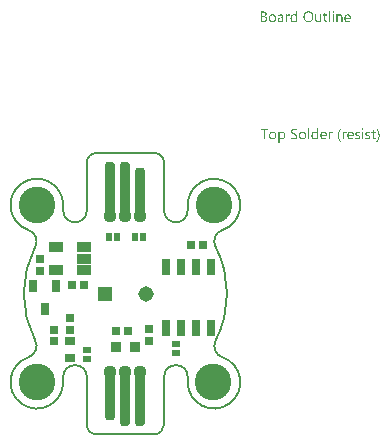
<source format=gts>
G04*
G04 #@! TF.GenerationSoftware,Altium Limited,Altium Designer,21.8.1 (53)*
G04*
G04 Layer_Color=8388736*
%FSAX25Y25*%
%MOIN*%
G70*
G04*
G04 #@! TF.SameCoordinates,72787834-F71D-4475-B617-EFC6544BAEFD*
G04*
G04*
G04 #@! TF.FilePolarity,Negative*
G04*
G01*
G75*
%ADD13C,0.00787*%
%ADD25R,0.02756X0.02559*%
%ADD26R,0.02559X0.02756*%
%ADD27R,0.02559X0.02756*%
%ADD28R,0.02756X0.02559*%
%ADD29R,0.02756X0.05512*%
%ADD30R,0.02953X0.04134*%
%ADD31R,0.01968X0.03150*%
%ADD32R,0.03150X0.01968*%
G04:AMPARAMS|DCode=33|XSize=35.43mil|YSize=169.29mil|CornerRadius=13.82mil|HoleSize=0mil|Usage=FLASHONLY|Rotation=180.000|XOffset=0mil|YOffset=0mil|HoleType=Round|Shape=RoundedRectangle|*
%AMROUNDEDRECTD33*
21,1,0.03543,0.14165,0,0,180.0*
21,1,0.00780,0.16929,0,0,180.0*
1,1,0.02764,-0.00390,0.07083*
1,1,0.02764,0.00390,0.07083*
1,1,0.02764,0.00390,-0.07083*
1,1,0.02764,-0.00390,-0.07083*
%
%ADD33ROUNDEDRECTD33*%
G04:AMPARAMS|DCode=34|XSize=35.43mil|YSize=188.98mil|CornerRadius=13.82mil|HoleSize=0mil|Usage=FLASHONLY|Rotation=180.000|XOffset=0mil|YOffset=0mil|HoleType=Round|Shape=RoundedRectangle|*
%AMROUNDEDRECTD34*
21,1,0.03543,0.16134,0,0,180.0*
21,1,0.00780,0.18898,0,0,180.0*
1,1,0.02764,-0.00390,0.08067*
1,1,0.02764,0.00390,0.08067*
1,1,0.02764,0.00390,-0.08067*
1,1,0.02764,-0.00390,-0.08067*
%
%ADD34ROUNDEDRECTD34*%
%ADD35R,0.03740X0.02953*%
%ADD36R,0.04528X0.03347*%
%ADD37R,0.03740X0.03740*%
%ADD38C,0.05158*%
%ADD39R,0.05158X0.05158*%
%ADD40C,0.04370*%
%ADD41C,0.00591*%
%ADD42C,0.12205*%
G36*
X0069322Y0120185D02*
X0069346D01*
X0069402Y0120160D01*
X0069433Y0120142D01*
X0069464Y0120117D01*
X0069470Y0120111D01*
X0069476Y0120105D01*
X0069507Y0120068D01*
X0069532Y0120006D01*
X0069538Y0119969D01*
X0069544Y0119931D01*
Y0119925D01*
Y0119913D01*
X0069538Y0119894D01*
X0069532Y0119870D01*
X0069513Y0119808D01*
X0069489Y0119777D01*
X0069464Y0119746D01*
X0069458D01*
X0069451Y0119733D01*
X0069414Y0119709D01*
X0069359Y0119684D01*
X0069322Y0119678D01*
X0069284Y0119671D01*
X0069266D01*
X0069247Y0119678D01*
X0069222D01*
X0069161Y0119702D01*
X0069130Y0119715D01*
X0069099Y0119740D01*
Y0119746D01*
X0069086Y0119752D01*
X0069074Y0119771D01*
X0069062Y0119789D01*
X0069037Y0119851D01*
X0069031Y0119888D01*
X0069024Y0119931D01*
Y0119938D01*
Y0119950D01*
X0069031Y0119969D01*
X0069037Y0120000D01*
X0069055Y0120055D01*
X0069074Y0120086D01*
X0069099Y0120117D01*
X0069105Y0120123D01*
X0069111Y0120130D01*
X0069148Y0120154D01*
X0069210Y0120179D01*
X0069247Y0120192D01*
X0069303D01*
X0069322Y0120185D01*
D02*
G37*
G36*
X0057332Y0116521D02*
X0056929D01*
Y0116942D01*
X0056917D01*
Y0116936D01*
X0056904Y0116923D01*
X0056886Y0116898D01*
X0056867Y0116867D01*
X0056836Y0116830D01*
X0056799Y0116793D01*
X0056756Y0116750D01*
X0056706Y0116707D01*
X0056651Y0116657D01*
X0056582Y0116614D01*
X0056514Y0116577D01*
X0056434Y0116539D01*
X0056353Y0116508D01*
X0056261Y0116484D01*
X0056162Y0116471D01*
X0056056Y0116465D01*
X0056013D01*
X0055976Y0116471D01*
X0055939Y0116478D01*
X0055889Y0116484D01*
X0055784Y0116508D01*
X0055660Y0116546D01*
X0055536Y0116607D01*
X0055468Y0116645D01*
X0055413Y0116688D01*
X0055351Y0116744D01*
X0055295Y0116799D01*
Y0116806D01*
X0055283Y0116818D01*
X0055270Y0116837D01*
X0055252Y0116861D01*
X0055233Y0116892D01*
X0055208Y0116936D01*
X0055184Y0116985D01*
X0055159Y0117041D01*
X0055128Y0117103D01*
X0055103Y0117171D01*
X0055078Y0117245D01*
X0055060Y0117325D01*
X0055041Y0117412D01*
X0055029Y0117511D01*
X0055023Y0117610D01*
X0055016Y0117716D01*
Y0117722D01*
Y0117740D01*
Y0117777D01*
X0055023Y0117821D01*
X0055029Y0117870D01*
X0055035Y0117932D01*
X0055041Y0118000D01*
X0055054Y0118075D01*
X0055091Y0118235D01*
X0055146Y0118403D01*
X0055184Y0118483D01*
X0055227Y0118563D01*
X0055270Y0118638D01*
X0055326Y0118712D01*
X0055332Y0118718D01*
X0055338Y0118731D01*
X0055357Y0118749D01*
X0055382Y0118774D01*
X0055413Y0118799D01*
X0055456Y0118830D01*
X0055499Y0118867D01*
X0055549Y0118904D01*
X0055673Y0118972D01*
X0055815Y0119034D01*
X0055895Y0119053D01*
X0055982Y0119071D01*
X0056069Y0119083D01*
X0056168Y0119090D01*
X0056217D01*
X0056255Y0119083D01*
X0056292Y0119077D01*
X0056341Y0119071D01*
X0056453Y0119040D01*
X0056576Y0118991D01*
X0056638Y0118960D01*
X0056700Y0118916D01*
X0056762Y0118873D01*
X0056818Y0118817D01*
X0056867Y0118755D01*
X0056917Y0118681D01*
X0056929D01*
Y0120241D01*
X0057332D01*
Y0116521D01*
D02*
G37*
G36*
X0071600Y0119083D02*
X0071674Y0119077D01*
X0071767Y0119059D01*
X0071866Y0119028D01*
X0071971Y0118978D01*
X0072076Y0118910D01*
X0072119Y0118873D01*
X0072163Y0118824D01*
X0072175Y0118811D01*
X0072200Y0118774D01*
X0072231Y0118712D01*
X0072274Y0118625D01*
X0072311Y0118520D01*
X0072348Y0118390D01*
X0072373Y0118235D01*
X0072379Y0118056D01*
Y0116521D01*
X0071977D01*
Y0117951D01*
Y0117957D01*
Y0117988D01*
X0071971Y0118025D01*
Y0118075D01*
X0071959Y0118136D01*
X0071946Y0118204D01*
X0071927Y0118279D01*
X0071903Y0118353D01*
X0071872Y0118427D01*
X0071835Y0118495D01*
X0071785Y0118563D01*
X0071729Y0118625D01*
X0071668Y0118675D01*
X0071587Y0118712D01*
X0071500Y0118743D01*
X0071395Y0118749D01*
X0071383D01*
X0071346Y0118743D01*
X0071290Y0118737D01*
X0071222Y0118718D01*
X0071141Y0118693D01*
X0071055Y0118650D01*
X0070974Y0118595D01*
X0070894Y0118520D01*
X0070888Y0118508D01*
X0070863Y0118483D01*
X0070832Y0118433D01*
X0070795Y0118365D01*
X0070758Y0118285D01*
X0070727Y0118186D01*
X0070702Y0118075D01*
X0070696Y0117951D01*
Y0116521D01*
X0070293D01*
Y0119034D01*
X0070696D01*
Y0118613D01*
X0070708D01*
X0070714Y0118619D01*
X0070720Y0118632D01*
X0070739Y0118656D01*
X0070764Y0118687D01*
X0070789Y0118725D01*
X0070826Y0118762D01*
X0070869Y0118805D01*
X0070919Y0118854D01*
X0070974Y0118898D01*
X0071036Y0118941D01*
X0071104Y0118978D01*
X0071179Y0119015D01*
X0071253Y0119046D01*
X0071339Y0119071D01*
X0071432Y0119083D01*
X0071531Y0119090D01*
X0071569D01*
X0071600Y0119083D01*
D02*
G37*
G36*
X0054602Y0119071D02*
X0054676Y0119065D01*
X0054719Y0119053D01*
X0054750Y0119040D01*
Y0118625D01*
X0054744Y0118632D01*
X0054732Y0118638D01*
X0054707Y0118650D01*
X0054676Y0118669D01*
X0054633Y0118681D01*
X0054577Y0118693D01*
X0054515Y0118700D01*
X0054447Y0118706D01*
X0054435D01*
X0054404Y0118700D01*
X0054354Y0118693D01*
X0054298Y0118675D01*
X0054224Y0118644D01*
X0054156Y0118601D01*
X0054082Y0118539D01*
X0054014Y0118458D01*
X0054008Y0118446D01*
X0053989Y0118415D01*
X0053958Y0118359D01*
X0053927Y0118285D01*
X0053896Y0118192D01*
X0053865Y0118075D01*
X0053847Y0117945D01*
X0053840Y0117796D01*
Y0116521D01*
X0053438D01*
Y0119034D01*
X0053840D01*
Y0118514D01*
X0053853D01*
Y0118520D01*
X0053859Y0118526D01*
X0053871Y0118557D01*
X0053890Y0118607D01*
X0053921Y0118669D01*
X0053952Y0118731D01*
X0054001Y0118799D01*
X0054051Y0118867D01*
X0054113Y0118929D01*
X0054119Y0118935D01*
X0054144Y0118954D01*
X0054181Y0118978D01*
X0054230Y0119003D01*
X0054286Y0119028D01*
X0054354Y0119053D01*
X0054428Y0119071D01*
X0054509Y0119077D01*
X0054565D01*
X0054602Y0119071D01*
D02*
G37*
G36*
X0065341Y0116521D02*
X0064939D01*
Y0116917D01*
X0064927D01*
Y0116911D01*
X0064914Y0116898D01*
X0064902Y0116874D01*
X0064877Y0116849D01*
X0064821Y0116775D01*
X0064735Y0116694D01*
X0064685Y0116651D01*
X0064630Y0116607D01*
X0064568Y0116570D01*
X0064493Y0116533D01*
X0064419Y0116508D01*
X0064339Y0116484D01*
X0064246Y0116471D01*
X0064153Y0116465D01*
X0064116D01*
X0064072Y0116471D01*
X0064011Y0116484D01*
X0063942Y0116496D01*
X0063868Y0116521D01*
X0063788Y0116552D01*
X0063707Y0116601D01*
X0063621Y0116657D01*
X0063540Y0116725D01*
X0063466Y0116812D01*
X0063398Y0116917D01*
X0063336Y0117035D01*
X0063292Y0117177D01*
X0063268Y0117344D01*
X0063255Y0117431D01*
Y0117530D01*
Y0119034D01*
X0063652D01*
Y0117592D01*
Y0117586D01*
Y0117561D01*
X0063658Y0117517D01*
X0063664Y0117468D01*
X0063670Y0117406D01*
X0063683Y0117344D01*
X0063701Y0117270D01*
X0063726Y0117195D01*
X0063763Y0117121D01*
X0063800Y0117053D01*
X0063850Y0116985D01*
X0063911Y0116923D01*
X0063980Y0116874D01*
X0064060Y0116837D01*
X0064159Y0116806D01*
X0064264Y0116799D01*
X0064277D01*
X0064314Y0116806D01*
X0064370Y0116812D01*
X0064431Y0116824D01*
X0064512Y0116855D01*
X0064592Y0116892D01*
X0064673Y0116942D01*
X0064747Y0117016D01*
X0064753Y0117028D01*
X0064778Y0117053D01*
X0064809Y0117103D01*
X0064846Y0117171D01*
X0064877Y0117251D01*
X0064908Y0117350D01*
X0064933Y0117462D01*
X0064939Y0117586D01*
Y0119034D01*
X0065341D01*
Y0116521D01*
D02*
G37*
G36*
X0069476D02*
X0069074D01*
Y0119034D01*
X0069476D01*
Y0116521D01*
D02*
G37*
G36*
X0068257D02*
X0067854D01*
Y0120241D01*
X0068257D01*
Y0116521D01*
D02*
G37*
G36*
X0051878Y0119083D02*
X0051934Y0119077D01*
X0052002Y0119059D01*
X0052076Y0119040D01*
X0052157Y0119009D01*
X0052243Y0118972D01*
X0052324Y0118922D01*
X0052404Y0118861D01*
X0052479Y0118786D01*
X0052547Y0118693D01*
X0052602Y0118588D01*
X0052646Y0118465D01*
X0052671Y0118322D01*
X0052683Y0118155D01*
Y0116521D01*
X0052280D01*
Y0116911D01*
X0052268D01*
Y0116905D01*
X0052256Y0116892D01*
X0052243Y0116867D01*
X0052219Y0116843D01*
X0052157Y0116768D01*
X0052076Y0116688D01*
X0051965Y0116607D01*
X0051835Y0116533D01*
X0051754Y0116508D01*
X0051674Y0116484D01*
X0051587Y0116471D01*
X0051494Y0116465D01*
X0051457D01*
X0051432Y0116471D01*
X0051364Y0116478D01*
X0051284Y0116490D01*
X0051185Y0116515D01*
X0051092Y0116546D01*
X0050993Y0116595D01*
X0050906Y0116657D01*
X0050900Y0116669D01*
X0050875Y0116694D01*
X0050838Y0116737D01*
X0050801Y0116799D01*
X0050764Y0116874D01*
X0050727Y0116960D01*
X0050702Y0117066D01*
X0050696Y0117183D01*
Y0117189D01*
Y0117214D01*
X0050702Y0117251D01*
X0050708Y0117295D01*
X0050721Y0117350D01*
X0050739Y0117412D01*
X0050764Y0117480D01*
X0050801Y0117548D01*
X0050844Y0117623D01*
X0050900Y0117697D01*
X0050968Y0117765D01*
X0051049Y0117827D01*
X0051142Y0117889D01*
X0051253Y0117938D01*
X0051377Y0117975D01*
X0051525Y0118006D01*
X0052280Y0118112D01*
Y0118118D01*
Y0118136D01*
X0052274Y0118174D01*
Y0118211D01*
X0052262Y0118260D01*
X0052256Y0118316D01*
X0052219Y0118433D01*
X0052188Y0118489D01*
X0052157Y0118545D01*
X0052113Y0118601D01*
X0052064Y0118650D01*
X0052002Y0118693D01*
X0051934Y0118725D01*
X0051853Y0118743D01*
X0051761Y0118749D01*
X0051717D01*
X0051686Y0118743D01*
X0051643D01*
X0051600Y0118731D01*
X0051488Y0118712D01*
X0051364Y0118675D01*
X0051228Y0118619D01*
X0051154Y0118582D01*
X0051086Y0118545D01*
X0051012Y0118495D01*
X0050943Y0118440D01*
Y0118854D01*
X0050950D01*
X0050962Y0118867D01*
X0050981Y0118879D01*
X0051012Y0118892D01*
X0051042Y0118910D01*
X0051086Y0118929D01*
X0051135Y0118947D01*
X0051191Y0118972D01*
X0051315Y0119015D01*
X0051463Y0119053D01*
X0051624Y0119077D01*
X0051798Y0119090D01*
X0051835D01*
X0051878Y0119083D01*
D02*
G37*
G36*
X0046189Y0120030D02*
X0046233D01*
X0046276Y0120024D01*
X0046375Y0120012D01*
X0046493Y0119981D01*
X0046617Y0119944D01*
X0046734Y0119888D01*
X0046839Y0119814D01*
X0046846D01*
X0046852Y0119801D01*
X0046883Y0119777D01*
X0046926Y0119727D01*
X0046976Y0119659D01*
X0047019Y0119572D01*
X0047062Y0119473D01*
X0047093Y0119362D01*
X0047106Y0119300D01*
Y0119232D01*
Y0119226D01*
Y0119220D01*
Y0119183D01*
X0047100Y0119127D01*
X0047087Y0119059D01*
X0047069Y0118972D01*
X0047038Y0118885D01*
X0047000Y0118799D01*
X0046945Y0118712D01*
X0046938Y0118700D01*
X0046914Y0118675D01*
X0046877Y0118638D01*
X0046827Y0118588D01*
X0046765Y0118539D01*
X0046691Y0118483D01*
X0046598Y0118440D01*
X0046499Y0118396D01*
Y0118390D01*
X0046518D01*
X0046536Y0118384D01*
X0046555Y0118378D01*
X0046623Y0118365D01*
X0046703Y0118341D01*
X0046790Y0118304D01*
X0046883Y0118260D01*
X0046976Y0118198D01*
X0047062Y0118118D01*
X0047075Y0118105D01*
X0047100Y0118075D01*
X0047130Y0118031D01*
X0047174Y0117963D01*
X0047211Y0117876D01*
X0047248Y0117777D01*
X0047273Y0117660D01*
X0047279Y0117530D01*
Y0117524D01*
Y0117511D01*
Y0117486D01*
X0047273Y0117455D01*
X0047267Y0117418D01*
X0047260Y0117375D01*
X0047236Y0117270D01*
X0047199Y0117152D01*
X0047143Y0117028D01*
X0047106Y0116973D01*
X0047062Y0116911D01*
X0047007Y0116855D01*
X0046951Y0116799D01*
X0046945D01*
X0046938Y0116787D01*
X0046920Y0116775D01*
X0046895Y0116756D01*
X0046864Y0116737D01*
X0046821Y0116713D01*
X0046728Y0116663D01*
X0046610Y0116607D01*
X0046474Y0116564D01*
X0046313Y0116533D01*
X0046233Y0116527D01*
X0046140Y0116521D01*
X0045112D01*
Y0120037D01*
X0046159D01*
X0046189Y0120030D01*
D02*
G37*
G36*
X0066685Y0119034D02*
X0067322D01*
Y0118687D01*
X0066685D01*
Y0117270D01*
Y0117257D01*
Y0117227D01*
X0066691Y0117183D01*
X0066697Y0117127D01*
X0066722Y0117010D01*
X0066740Y0116954D01*
X0066771Y0116911D01*
X0066777Y0116905D01*
X0066790Y0116892D01*
X0066808Y0116880D01*
X0066839Y0116861D01*
X0066877Y0116837D01*
X0066926Y0116824D01*
X0066988Y0116812D01*
X0067056Y0116806D01*
X0067081D01*
X0067112Y0116812D01*
X0067149Y0116818D01*
X0067235Y0116843D01*
X0067279Y0116861D01*
X0067322Y0116886D01*
Y0116539D01*
X0067316D01*
X0067297Y0116527D01*
X0067266Y0116521D01*
X0067223Y0116508D01*
X0067167Y0116496D01*
X0067106Y0116484D01*
X0067031Y0116478D01*
X0066945Y0116471D01*
X0066914D01*
X0066883Y0116478D01*
X0066839Y0116484D01*
X0066790Y0116496D01*
X0066734Y0116508D01*
X0066678Y0116533D01*
X0066616Y0116564D01*
X0066555Y0116601D01*
X0066493Y0116651D01*
X0066437Y0116707D01*
X0066387Y0116781D01*
X0066344Y0116861D01*
X0066313Y0116960D01*
X0066289Y0117072D01*
X0066282Y0117202D01*
Y0118687D01*
X0065855D01*
Y0119034D01*
X0066282D01*
Y0119647D01*
X0066685Y0119777D01*
Y0119034D01*
D02*
G37*
G36*
X0074212Y0119083D02*
X0074255Y0119077D01*
X0074298Y0119071D01*
X0074410Y0119053D01*
X0074533Y0119009D01*
X0074657Y0118954D01*
X0074719Y0118916D01*
X0074781Y0118873D01*
X0074837Y0118824D01*
X0074893Y0118768D01*
X0074899Y0118762D01*
X0074905Y0118755D01*
X0074917Y0118737D01*
X0074936Y0118712D01*
X0074954Y0118675D01*
X0074979Y0118638D01*
X0075004Y0118595D01*
X0075029Y0118539D01*
X0075054Y0118477D01*
X0075078Y0118415D01*
X0075103Y0118341D01*
X0075122Y0118260D01*
X0075140Y0118174D01*
X0075152Y0118087D01*
X0075165Y0117988D01*
Y0117883D01*
Y0117672D01*
X0073388D01*
Y0117666D01*
Y0117654D01*
Y0117635D01*
X0073395Y0117604D01*
X0073401Y0117567D01*
Y0117530D01*
X0073419Y0117431D01*
X0073450Y0117332D01*
X0073487Y0117220D01*
X0073543Y0117115D01*
X0073611Y0117022D01*
X0073624Y0117010D01*
X0073648Y0116985D01*
X0073698Y0116954D01*
X0073766Y0116911D01*
X0073853Y0116867D01*
X0073952Y0116837D01*
X0074069Y0116812D01*
X0074205Y0116799D01*
X0074249D01*
X0074280Y0116806D01*
X0074317D01*
X0074360Y0116812D01*
X0074465Y0116837D01*
X0074583Y0116867D01*
X0074713Y0116917D01*
X0074849Y0116985D01*
X0074917Y0117028D01*
X0074985Y0117078D01*
Y0116700D01*
X0074979D01*
X0074973Y0116688D01*
X0074954Y0116682D01*
X0074923Y0116663D01*
X0074893Y0116645D01*
X0074855Y0116626D01*
X0074806Y0116607D01*
X0074756Y0116583D01*
X0074695Y0116558D01*
X0074626Y0116539D01*
X0074478Y0116502D01*
X0074304Y0116478D01*
X0074113Y0116465D01*
X0074063D01*
X0074026Y0116471D01*
X0073983Y0116478D01*
X0073927Y0116484D01*
X0073809Y0116508D01*
X0073673Y0116546D01*
X0073537Y0116607D01*
X0073469Y0116651D01*
X0073401Y0116694D01*
X0073339Y0116744D01*
X0073277Y0116806D01*
X0073271Y0116812D01*
X0073265Y0116824D01*
X0073252Y0116843D01*
X0073227Y0116867D01*
X0073209Y0116905D01*
X0073184Y0116948D01*
X0073153Y0116997D01*
X0073128Y0117053D01*
X0073097Y0117115D01*
X0073073Y0117189D01*
X0073042Y0117270D01*
X0073023Y0117357D01*
X0073005Y0117449D01*
X0072986Y0117548D01*
X0072980Y0117654D01*
X0072974Y0117765D01*
Y0117771D01*
Y0117790D01*
Y0117821D01*
X0072980Y0117864D01*
X0072986Y0117914D01*
X0072992Y0117969D01*
X0072998Y0118037D01*
X0073017Y0118105D01*
X0073054Y0118254D01*
X0073110Y0118415D01*
X0073147Y0118495D01*
X0073197Y0118570D01*
X0073246Y0118650D01*
X0073302Y0118718D01*
X0073308Y0118725D01*
X0073320Y0118737D01*
X0073339Y0118755D01*
X0073364Y0118774D01*
X0073395Y0118805D01*
X0073432Y0118836D01*
X0073481Y0118867D01*
X0073531Y0118904D01*
X0073648Y0118972D01*
X0073791Y0119034D01*
X0073871Y0119053D01*
X0073952Y0119071D01*
X0074038Y0119083D01*
X0074131Y0119090D01*
X0074181D01*
X0074212Y0119083D01*
D02*
G37*
G36*
X0061169Y0120092D02*
X0061231Y0120086D01*
X0061305Y0120074D01*
X0061386Y0120055D01*
X0061473Y0120037D01*
X0061559Y0120012D01*
X0061658Y0119981D01*
X0061751Y0119938D01*
X0061850Y0119888D01*
X0061949Y0119833D01*
X0062042Y0119764D01*
X0062135Y0119690D01*
X0062222Y0119603D01*
X0062228Y0119597D01*
X0062240Y0119579D01*
X0062265Y0119554D01*
X0062290Y0119517D01*
X0062327Y0119467D01*
X0062364Y0119405D01*
X0062401Y0119337D01*
X0062445Y0119263D01*
X0062488Y0119170D01*
X0062525Y0119077D01*
X0062562Y0118972D01*
X0062599Y0118854D01*
X0062624Y0118737D01*
X0062649Y0118607D01*
X0062661Y0118465D01*
X0062667Y0118322D01*
Y0118310D01*
Y0118285D01*
Y0118242D01*
X0062661Y0118180D01*
X0062655Y0118105D01*
X0062643Y0118025D01*
X0062630Y0117932D01*
X0062612Y0117827D01*
X0062587Y0117722D01*
X0062556Y0117610D01*
X0062519Y0117499D01*
X0062475Y0117387D01*
X0062420Y0117270D01*
X0062358Y0117165D01*
X0062290Y0117059D01*
X0062209Y0116960D01*
X0062203Y0116954D01*
X0062191Y0116942D01*
X0062160Y0116917D01*
X0062129Y0116886D01*
X0062079Y0116843D01*
X0062024Y0116806D01*
X0061962Y0116756D01*
X0061887Y0116713D01*
X0061807Y0116669D01*
X0061714Y0116620D01*
X0061615Y0116583D01*
X0061504Y0116546D01*
X0061386Y0116508D01*
X0061262Y0116484D01*
X0061132Y0116471D01*
X0060990Y0116465D01*
X0060959D01*
X0060915Y0116471D01*
X0060866D01*
X0060804Y0116478D01*
X0060730Y0116490D01*
X0060649Y0116508D01*
X0060557Y0116527D01*
X0060464Y0116552D01*
X0060365Y0116583D01*
X0060266Y0116626D01*
X0060167Y0116669D01*
X0060067Y0116725D01*
X0059969Y0116793D01*
X0059876Y0116867D01*
X0059789Y0116954D01*
X0059783Y0116960D01*
X0059770Y0116979D01*
X0059746Y0117004D01*
X0059721Y0117041D01*
X0059684Y0117090D01*
X0059647Y0117152D01*
X0059609Y0117220D01*
X0059566Y0117301D01*
X0059523Y0117387D01*
X0059486Y0117480D01*
X0059448Y0117586D01*
X0059411Y0117703D01*
X0059387Y0117821D01*
X0059362Y0117951D01*
X0059350Y0118093D01*
X0059343Y0118235D01*
Y0118248D01*
Y0118273D01*
X0059350Y0118316D01*
Y0118378D01*
X0059356Y0118446D01*
X0059368Y0118533D01*
X0059380Y0118625D01*
X0059399Y0118725D01*
X0059424Y0118830D01*
X0059455Y0118941D01*
X0059492Y0119053D01*
X0059535Y0119164D01*
X0059591Y0119275D01*
X0059653Y0119387D01*
X0059721Y0119492D01*
X0059801Y0119591D01*
X0059807Y0119597D01*
X0059820Y0119616D01*
X0059851Y0119641D01*
X0059888Y0119671D01*
X0059931Y0119709D01*
X0059987Y0119752D01*
X0060055Y0119795D01*
X0060129Y0119845D01*
X0060216Y0119894D01*
X0060309Y0119938D01*
X0060408Y0119981D01*
X0060519Y0120018D01*
X0060643Y0120049D01*
X0060773Y0120080D01*
X0060909Y0120092D01*
X0061052Y0120099D01*
X0061120D01*
X0061169Y0120092D01*
D02*
G37*
G36*
X0049142Y0119083D02*
X0049185Y0119077D01*
X0049241Y0119071D01*
X0049365Y0119046D01*
X0049507Y0119003D01*
X0049650Y0118941D01*
X0049724Y0118904D01*
X0049792Y0118861D01*
X0049860Y0118805D01*
X0049922Y0118743D01*
X0049928Y0118737D01*
X0049935Y0118725D01*
X0049953Y0118706D01*
X0049972Y0118681D01*
X0049996Y0118644D01*
X0050021Y0118601D01*
X0050052Y0118551D01*
X0050083Y0118495D01*
X0050108Y0118427D01*
X0050139Y0118359D01*
X0050164Y0118279D01*
X0050188Y0118192D01*
X0050207Y0118099D01*
X0050225Y0118000D01*
X0050232Y0117895D01*
X0050238Y0117784D01*
Y0117777D01*
Y0117759D01*
Y0117728D01*
X0050232Y0117684D01*
X0050225Y0117635D01*
X0050219Y0117573D01*
X0050207Y0117511D01*
X0050195Y0117437D01*
X0050157Y0117288D01*
X0050095Y0117127D01*
X0050058Y0117047D01*
X0050009Y0116966D01*
X0049959Y0116892D01*
X0049897Y0116824D01*
X0049891Y0116818D01*
X0049879Y0116812D01*
X0049860Y0116793D01*
X0049835Y0116768D01*
X0049798Y0116744D01*
X0049761Y0116713D01*
X0049712Y0116676D01*
X0049656Y0116645D01*
X0049594Y0116614D01*
X0049526Y0116577D01*
X0049452Y0116546D01*
X0049371Y0116521D01*
X0049284Y0116496D01*
X0049192Y0116484D01*
X0049093Y0116471D01*
X0048987Y0116465D01*
X0048932D01*
X0048895Y0116471D01*
X0048851Y0116478D01*
X0048796Y0116484D01*
X0048734Y0116496D01*
X0048665Y0116508D01*
X0048523Y0116552D01*
X0048375Y0116614D01*
X0048300Y0116651D01*
X0048232Y0116700D01*
X0048164Y0116750D01*
X0048096Y0116812D01*
X0048090Y0116818D01*
X0048084Y0116830D01*
X0048065Y0116849D01*
X0048046Y0116874D01*
X0048022Y0116911D01*
X0047991Y0116954D01*
X0047960Y0117004D01*
X0047935Y0117059D01*
X0047904Y0117127D01*
X0047873Y0117195D01*
X0047842Y0117270D01*
X0047818Y0117357D01*
X0047780Y0117542D01*
X0047774Y0117641D01*
X0047768Y0117746D01*
Y0117753D01*
Y0117777D01*
Y0117808D01*
X0047774Y0117852D01*
X0047780Y0117901D01*
X0047787Y0117963D01*
X0047799Y0118031D01*
X0047811Y0118105D01*
X0047848Y0118266D01*
X0047910Y0118427D01*
X0047954Y0118508D01*
X0047997Y0118588D01*
X0048046Y0118663D01*
X0048108Y0118731D01*
X0048115Y0118737D01*
X0048127Y0118749D01*
X0048146Y0118762D01*
X0048170Y0118786D01*
X0048208Y0118811D01*
X0048251Y0118842D01*
X0048300Y0118879D01*
X0048356Y0118910D01*
X0048418Y0118941D01*
X0048492Y0118978D01*
X0048566Y0119009D01*
X0048653Y0119034D01*
X0048740Y0119059D01*
X0048839Y0119077D01*
X0048944Y0119083D01*
X0049049Y0119090D01*
X0049105D01*
X0049142Y0119083D01*
D02*
G37*
G36*
X0079139Y0081123D02*
X0079164D01*
X0079219Y0081099D01*
X0079250Y0081080D01*
X0079281Y0081055D01*
X0079287Y0081049D01*
X0079294Y0081043D01*
X0079325Y0081006D01*
X0079349Y0080944D01*
X0079356Y0080907D01*
X0079362Y0080870D01*
Y0080863D01*
Y0080851D01*
X0079356Y0080832D01*
X0079349Y0080808D01*
X0079331Y0080746D01*
X0079306Y0080715D01*
X0079281Y0080684D01*
X0079275D01*
X0079269Y0080672D01*
X0079232Y0080647D01*
X0079176Y0080622D01*
X0079139Y0080616D01*
X0079102Y0080610D01*
X0079083D01*
X0079065Y0080616D01*
X0079040D01*
X0078978Y0080641D01*
X0078947Y0080653D01*
X0078916Y0080678D01*
Y0080684D01*
X0078904Y0080690D01*
X0078891Y0080709D01*
X0078879Y0080727D01*
X0078854Y0080789D01*
X0078848Y0080826D01*
X0078842Y0080870D01*
Y0080876D01*
Y0080888D01*
X0078848Y0080907D01*
X0078854Y0080938D01*
X0078873Y0080993D01*
X0078891Y0081024D01*
X0078916Y0081055D01*
X0078922Y0081062D01*
X0078928Y0081068D01*
X0078966Y0081093D01*
X0079027Y0081117D01*
X0079065Y0081130D01*
X0079120D01*
X0079139Y0081123D01*
D02*
G37*
G36*
X0056570Y0081031D02*
X0056620D01*
X0056731Y0081018D01*
X0056855Y0081006D01*
X0056979Y0080981D01*
X0057096Y0080950D01*
X0057146Y0080932D01*
X0057195Y0080907D01*
Y0080443D01*
X0057189D01*
X0057183Y0080455D01*
X0057164Y0080461D01*
X0057140Y0080480D01*
X0057109Y0080492D01*
X0057072Y0080511D01*
X0056979Y0080554D01*
X0056867Y0080591D01*
X0056731Y0080628D01*
X0056570Y0080653D01*
X0056397Y0080659D01*
X0056347D01*
X0056310Y0080653D01*
X0056273D01*
X0056223Y0080647D01*
X0056125Y0080628D01*
X0056118D01*
X0056100Y0080622D01*
X0056075Y0080616D01*
X0056044Y0080610D01*
X0055970Y0080579D01*
X0055883Y0080542D01*
X0055877D01*
X0055865Y0080529D01*
X0055846Y0080517D01*
X0055821Y0080498D01*
X0055765Y0080443D01*
X0055710Y0080374D01*
Y0080368D01*
X0055697Y0080356D01*
X0055691Y0080337D01*
X0055679Y0080306D01*
X0055666Y0080269D01*
X0055660Y0080232D01*
X0055648Y0080133D01*
Y0080127D01*
Y0080108D01*
Y0080084D01*
X0055654Y0080053D01*
X0055666Y0079978D01*
X0055697Y0079898D01*
Y0079892D01*
X0055710Y0079879D01*
X0055716Y0079861D01*
X0055734Y0079836D01*
X0055784Y0079780D01*
X0055846Y0079718D01*
X0055852Y0079712D01*
X0055865Y0079706D01*
X0055883Y0079687D01*
X0055914Y0079669D01*
X0055951Y0079644D01*
X0055988Y0079619D01*
X0056087Y0079557D01*
X0056094Y0079551D01*
X0056112Y0079545D01*
X0056143Y0079526D01*
X0056180Y0079508D01*
X0056230Y0079483D01*
X0056285Y0079458D01*
X0056409Y0079396D01*
X0056415Y0079390D01*
X0056440Y0079378D01*
X0056477Y0079359D01*
X0056527Y0079334D01*
X0056582Y0079310D01*
X0056644Y0079273D01*
X0056768Y0079198D01*
X0056774Y0079192D01*
X0056799Y0079180D01*
X0056830Y0079161D01*
X0056874Y0079130D01*
X0056966Y0079056D01*
X0057065Y0078969D01*
X0057072Y0078963D01*
X0057090Y0078951D01*
X0057109Y0078920D01*
X0057140Y0078889D01*
X0057171Y0078846D01*
X0057208Y0078802D01*
X0057270Y0078691D01*
X0057276Y0078685D01*
X0057282Y0078666D01*
X0057294Y0078635D01*
X0057307Y0078592D01*
X0057319Y0078542D01*
X0057332Y0078480D01*
X0057344Y0078418D01*
Y0078344D01*
Y0078332D01*
Y0078301D01*
X0057338Y0078251D01*
X0057332Y0078189D01*
X0057319Y0078121D01*
X0057301Y0078047D01*
X0057276Y0077973D01*
X0057239Y0077905D01*
X0057232Y0077899D01*
X0057220Y0077874D01*
X0057195Y0077843D01*
X0057171Y0077799D01*
X0057127Y0077756D01*
X0057084Y0077707D01*
X0057028Y0077657D01*
X0056966Y0077608D01*
X0056960Y0077601D01*
X0056935Y0077589D01*
X0056898Y0077570D01*
X0056849Y0077546D01*
X0056793Y0077521D01*
X0056725Y0077496D01*
X0056644Y0077471D01*
X0056564Y0077453D01*
X0056552D01*
X0056527Y0077447D01*
X0056484Y0077440D01*
X0056422Y0077428D01*
X0056353Y0077422D01*
X0056273Y0077409D01*
X0056186Y0077403D01*
X0056038D01*
X0055970Y0077409D01*
X0055883Y0077416D01*
X0055865D01*
X0055840Y0077422D01*
X0055809Y0077428D01*
X0055728Y0077434D01*
X0055635Y0077453D01*
X0055629D01*
X0055611Y0077459D01*
X0055586Y0077465D01*
X0055555Y0077471D01*
X0055481Y0077490D01*
X0055394Y0077515D01*
X0055388D01*
X0055375Y0077521D01*
X0055357Y0077527D01*
X0055332Y0077539D01*
X0055270Y0077564D01*
X0055208Y0077601D01*
Y0078084D01*
X0055215Y0078078D01*
X0055227Y0078072D01*
X0055239Y0078059D01*
X0055264Y0078041D01*
X0055332Y0077997D01*
X0055413Y0077948D01*
X0055419D01*
X0055431Y0077942D01*
X0055456Y0077929D01*
X0055487Y0077917D01*
X0055567Y0077880D01*
X0055654Y0077849D01*
X0055660D01*
X0055679Y0077843D01*
X0055704Y0077837D01*
X0055734Y0077830D01*
X0055821Y0077806D01*
X0055914Y0077787D01*
X0055939D01*
X0055963Y0077781D01*
X0055994D01*
X0056069Y0077775D01*
X0056155Y0077768D01*
X0056217D01*
X0056285Y0077775D01*
X0056372Y0077787D01*
X0056465Y0077799D01*
X0056558Y0077824D01*
X0056644Y0077861D01*
X0056725Y0077905D01*
X0056731Y0077911D01*
X0056756Y0077929D01*
X0056787Y0077966D01*
X0056818Y0078010D01*
X0056855Y0078066D01*
X0056880Y0078140D01*
X0056904Y0078220D01*
X0056911Y0078313D01*
Y0078319D01*
Y0078338D01*
Y0078363D01*
X0056904Y0078400D01*
X0056886Y0078480D01*
X0056849Y0078561D01*
Y0078567D01*
X0056836Y0078579D01*
X0056824Y0078598D01*
X0056805Y0078623D01*
X0056750Y0078685D01*
X0056675Y0078753D01*
X0056669Y0078759D01*
X0056657Y0078771D01*
X0056632Y0078784D01*
X0056601Y0078808D01*
X0056564Y0078833D01*
X0056521Y0078864D01*
X0056415Y0078920D01*
X0056409Y0078926D01*
X0056391Y0078932D01*
X0056360Y0078951D01*
X0056316Y0078969D01*
X0056273Y0079000D01*
X0056217Y0079025D01*
X0056087Y0079093D01*
X0056081Y0079099D01*
X0056056Y0079112D01*
X0056019Y0079130D01*
X0055976Y0079149D01*
X0055926Y0079180D01*
X0055871Y0079211D01*
X0055747Y0079279D01*
X0055741Y0079285D01*
X0055722Y0079297D01*
X0055691Y0079316D01*
X0055654Y0079341D01*
X0055561Y0079409D01*
X0055468Y0079489D01*
X0055462Y0079496D01*
X0055450Y0079508D01*
X0055425Y0079533D01*
X0055400Y0079564D01*
X0055369Y0079607D01*
X0055338Y0079650D01*
X0055283Y0079749D01*
Y0079755D01*
X0055270Y0079774D01*
X0055264Y0079805D01*
X0055252Y0079848D01*
X0055239Y0079898D01*
X0055227Y0079960D01*
X0055221Y0080022D01*
X0055215Y0080096D01*
Y0080108D01*
Y0080139D01*
X0055221Y0080183D01*
X0055227Y0080238D01*
X0055239Y0080306D01*
X0055258Y0080374D01*
X0055283Y0080443D01*
X0055320Y0080511D01*
X0055326Y0080517D01*
X0055338Y0080542D01*
X0055363Y0080572D01*
X0055394Y0080616D01*
X0055431Y0080659D01*
X0055481Y0080709D01*
X0055536Y0080758D01*
X0055598Y0080802D01*
X0055604Y0080808D01*
X0055629Y0080820D01*
X0055666Y0080845D01*
X0055710Y0080870D01*
X0055772Y0080894D01*
X0055834Y0080925D01*
X0055908Y0080950D01*
X0055988Y0080975D01*
X0056001D01*
X0056025Y0080987D01*
X0056069Y0080993D01*
X0056131Y0081006D01*
X0056199Y0081018D01*
X0056273Y0081024D01*
X0056440Y0081037D01*
X0056527D01*
X0056570Y0081031D01*
D02*
G37*
G36*
X0064302Y0077459D02*
X0063899D01*
Y0077880D01*
X0063887D01*
Y0077874D01*
X0063874Y0077861D01*
X0063856Y0077837D01*
X0063837Y0077806D01*
X0063806Y0077768D01*
X0063769Y0077731D01*
X0063726Y0077688D01*
X0063676Y0077645D01*
X0063621Y0077595D01*
X0063552Y0077552D01*
X0063484Y0077515D01*
X0063404Y0077478D01*
X0063323Y0077447D01*
X0063231Y0077422D01*
X0063132Y0077409D01*
X0063026Y0077403D01*
X0062983D01*
X0062946Y0077409D01*
X0062909Y0077416D01*
X0062859Y0077422D01*
X0062754Y0077447D01*
X0062630Y0077484D01*
X0062506Y0077546D01*
X0062438Y0077583D01*
X0062383Y0077626D01*
X0062321Y0077682D01*
X0062265Y0077737D01*
Y0077744D01*
X0062253Y0077756D01*
X0062240Y0077775D01*
X0062222Y0077799D01*
X0062203Y0077830D01*
X0062178Y0077874D01*
X0062154Y0077923D01*
X0062129Y0077979D01*
X0062098Y0078041D01*
X0062073Y0078109D01*
X0062048Y0078183D01*
X0062030Y0078264D01*
X0062011Y0078350D01*
X0061999Y0078449D01*
X0061993Y0078548D01*
X0061986Y0078654D01*
Y0078660D01*
Y0078678D01*
Y0078715D01*
X0061993Y0078759D01*
X0061999Y0078808D01*
X0062005Y0078870D01*
X0062011Y0078938D01*
X0062024Y0079013D01*
X0062061Y0079174D01*
X0062116Y0079341D01*
X0062154Y0079421D01*
X0062197Y0079502D01*
X0062240Y0079576D01*
X0062296Y0079650D01*
X0062302Y0079656D01*
X0062308Y0079669D01*
X0062327Y0079687D01*
X0062352Y0079712D01*
X0062383Y0079737D01*
X0062426Y0079768D01*
X0062469Y0079805D01*
X0062519Y0079842D01*
X0062643Y0079910D01*
X0062785Y0079972D01*
X0062865Y0079991D01*
X0062952Y0080009D01*
X0063039Y0080022D01*
X0063138Y0080028D01*
X0063187D01*
X0063224Y0080022D01*
X0063261Y0080015D01*
X0063311Y0080009D01*
X0063423Y0079978D01*
X0063546Y0079929D01*
X0063608Y0079898D01*
X0063670Y0079855D01*
X0063732Y0079811D01*
X0063788Y0079755D01*
X0063837Y0079694D01*
X0063887Y0079619D01*
X0063899D01*
Y0081179D01*
X0064302D01*
Y0077459D01*
D02*
G37*
G36*
X0052355Y0080022D02*
X0052398Y0080015D01*
X0052441Y0080009D01*
X0052553Y0079984D01*
X0052677Y0079947D01*
X0052800Y0079885D01*
X0052862Y0079848D01*
X0052924Y0079799D01*
X0052980Y0079749D01*
X0053036Y0079687D01*
X0053042Y0079681D01*
X0053048Y0079675D01*
X0053060Y0079650D01*
X0053079Y0079625D01*
X0053098Y0079594D01*
X0053122Y0079551D01*
X0053147Y0079502D01*
X0053172Y0079452D01*
X0053197Y0079390D01*
X0053221Y0079322D01*
X0053246Y0079248D01*
X0053265Y0079167D01*
X0053296Y0078988D01*
X0053308Y0078889D01*
Y0078784D01*
Y0078777D01*
Y0078759D01*
Y0078722D01*
X0053302Y0078678D01*
Y0078629D01*
X0053289Y0078567D01*
X0053283Y0078499D01*
X0053271Y0078425D01*
X0053234Y0078264D01*
X0053178Y0078096D01*
X0053141Y0078016D01*
X0053104Y0077936D01*
X0053054Y0077855D01*
X0052999Y0077781D01*
X0052992Y0077775D01*
X0052986Y0077762D01*
X0052968Y0077744D01*
X0052943Y0077725D01*
X0052912Y0077694D01*
X0052875Y0077663D01*
X0052831Y0077626D01*
X0052782Y0077595D01*
X0052726Y0077558D01*
X0052664Y0077521D01*
X0052516Y0077465D01*
X0052435Y0077440D01*
X0052355Y0077422D01*
X0052262Y0077409D01*
X0052163Y0077403D01*
X0052113D01*
X0052082Y0077409D01*
X0052039Y0077416D01*
X0051996Y0077428D01*
X0051884Y0077453D01*
X0051767Y0077502D01*
X0051699Y0077539D01*
X0051637Y0077577D01*
X0051575Y0077626D01*
X0051519Y0077682D01*
X0051457Y0077744D01*
X0051408Y0077818D01*
X0051395D01*
Y0076308D01*
X0050993D01*
Y0079972D01*
X0051395D01*
Y0079526D01*
X0051408D01*
X0051414Y0079533D01*
X0051420Y0079551D01*
X0051439Y0079576D01*
X0051463Y0079607D01*
X0051494Y0079644D01*
X0051531Y0079687D01*
X0051575Y0079731D01*
X0051631Y0079780D01*
X0051686Y0079823D01*
X0051748Y0079867D01*
X0051822Y0079910D01*
X0051897Y0079947D01*
X0051983Y0079984D01*
X0052076Y0080009D01*
X0052169Y0080022D01*
X0052274Y0080028D01*
X0052324D01*
X0052355Y0080022D01*
D02*
G37*
G36*
X0081045D02*
X0081126Y0080015D01*
X0081213Y0080003D01*
X0081312Y0079978D01*
X0081411Y0079953D01*
X0081510Y0079916D01*
Y0079508D01*
X0081497Y0079514D01*
X0081460Y0079539D01*
X0081404Y0079564D01*
X0081330Y0079601D01*
X0081237Y0079632D01*
X0081126Y0079663D01*
X0081002Y0079681D01*
X0080872Y0079687D01*
X0080804D01*
X0080742Y0079675D01*
X0080668Y0079663D01*
X0080662D01*
X0080655Y0079656D01*
X0080618Y0079644D01*
X0080569Y0079619D01*
X0080513Y0079588D01*
X0080501Y0079582D01*
X0080476Y0079557D01*
X0080445Y0079520D01*
X0080414Y0079477D01*
X0080408Y0079465D01*
X0080396Y0079434D01*
X0080383Y0079390D01*
X0080377Y0079334D01*
Y0079328D01*
Y0079316D01*
Y0079297D01*
X0080383Y0079279D01*
X0080396Y0079223D01*
X0080414Y0079167D01*
X0080420Y0079155D01*
X0080439Y0079130D01*
X0080476Y0079093D01*
X0080519Y0079050D01*
X0080525D01*
X0080532Y0079044D01*
X0080569Y0079019D01*
X0080618Y0078988D01*
X0080686Y0078957D01*
X0080693D01*
X0080705Y0078951D01*
X0080724Y0078945D01*
X0080755Y0078932D01*
X0080823Y0078907D01*
X0080909Y0078870D01*
X0080915D01*
X0080940Y0078858D01*
X0080971Y0078846D01*
X0081008Y0078833D01*
X0081107Y0078790D01*
X0081206Y0078740D01*
X0081213D01*
X0081231Y0078728D01*
X0081256Y0078715D01*
X0081287Y0078697D01*
X0081361Y0078647D01*
X0081435Y0078585D01*
X0081442Y0078579D01*
X0081454Y0078573D01*
X0081466Y0078555D01*
X0081491Y0078530D01*
X0081534Y0078468D01*
X0081578Y0078387D01*
Y0078381D01*
X0081584Y0078369D01*
X0081596Y0078344D01*
X0081603Y0078313D01*
X0081615Y0078276D01*
X0081621Y0078233D01*
X0081627Y0078127D01*
Y0078121D01*
Y0078096D01*
X0081621Y0078059D01*
X0081615Y0078016D01*
X0081609Y0077966D01*
X0081590Y0077911D01*
X0081572Y0077861D01*
X0081541Y0077806D01*
X0081534Y0077799D01*
X0081528Y0077781D01*
X0081510Y0077756D01*
X0081485Y0077725D01*
X0081454Y0077688D01*
X0081417Y0077651D01*
X0081324Y0077577D01*
X0081318Y0077570D01*
X0081299Y0077564D01*
X0081274Y0077546D01*
X0081231Y0077527D01*
X0081188Y0077502D01*
X0081132Y0077484D01*
X0081076Y0077465D01*
X0081008Y0077447D01*
X0081002D01*
X0080977Y0077440D01*
X0080940Y0077434D01*
X0080897Y0077428D01*
X0080835Y0077416D01*
X0080773Y0077409D01*
X0080631Y0077403D01*
X0080569D01*
X0080494Y0077409D01*
X0080402Y0077422D01*
X0080296Y0077440D01*
X0080185Y0077465D01*
X0080074Y0077496D01*
X0079962Y0077546D01*
Y0077979D01*
X0079968D01*
X0079975Y0077966D01*
X0079993Y0077954D01*
X0080018Y0077942D01*
X0080086Y0077905D01*
X0080179Y0077861D01*
X0080284Y0077812D01*
X0080408Y0077775D01*
X0080544Y0077750D01*
X0080686Y0077737D01*
X0080736D01*
X0080767Y0077744D01*
X0080853Y0077756D01*
X0080953Y0077781D01*
X0081045Y0077824D01*
X0081089Y0077855D01*
X0081132Y0077886D01*
X0081163Y0077929D01*
X0081188Y0077973D01*
X0081206Y0078028D01*
X0081213Y0078090D01*
Y0078096D01*
Y0078109D01*
Y0078127D01*
X0081206Y0078146D01*
X0081194Y0078202D01*
X0081169Y0078258D01*
Y0078264D01*
X0081163Y0078270D01*
X0081138Y0078301D01*
X0081101Y0078344D01*
X0081045Y0078381D01*
X0081039D01*
X0081033Y0078394D01*
X0080996Y0078412D01*
X0080940Y0078449D01*
X0080866Y0078480D01*
X0080860D01*
X0080847Y0078487D01*
X0080829Y0078499D01*
X0080798Y0078511D01*
X0080730Y0078536D01*
X0080643Y0078573D01*
X0080637D01*
X0080612Y0078585D01*
X0080581Y0078598D01*
X0080544Y0078610D01*
X0080445Y0078654D01*
X0080346Y0078703D01*
X0080340Y0078709D01*
X0080327Y0078715D01*
X0080303Y0078728D01*
X0080272Y0078746D01*
X0080204Y0078796D01*
X0080136Y0078852D01*
X0080129Y0078858D01*
X0080123Y0078864D01*
X0080105Y0078883D01*
X0080086Y0078907D01*
X0080043Y0078969D01*
X0080006Y0079044D01*
Y0079050D01*
X0079999Y0079062D01*
X0079993Y0079087D01*
X0079987Y0079118D01*
X0079981Y0079155D01*
X0079975Y0079198D01*
X0079968Y0079304D01*
Y0079310D01*
Y0079334D01*
X0079975Y0079365D01*
X0079981Y0079409D01*
X0079987Y0079458D01*
X0080006Y0079508D01*
X0080024Y0079564D01*
X0080049Y0079613D01*
X0080055Y0079619D01*
X0080061Y0079638D01*
X0080080Y0079663D01*
X0080105Y0079694D01*
X0080173Y0079768D01*
X0080259Y0079842D01*
X0080265Y0079848D01*
X0080284Y0079855D01*
X0080309Y0079873D01*
X0080352Y0079892D01*
X0080396Y0079916D01*
X0080445Y0079941D01*
X0080569Y0079978D01*
X0080575D01*
X0080600Y0079984D01*
X0080631Y0079997D01*
X0080680Y0080003D01*
X0080730Y0080015D01*
X0080792Y0080022D01*
X0080928Y0080028D01*
X0080984D01*
X0081045Y0080022D01*
D02*
G37*
G36*
X0077690D02*
X0077771Y0080015D01*
X0077858Y0080003D01*
X0077957Y0079978D01*
X0078056Y0079953D01*
X0078155Y0079916D01*
Y0079508D01*
X0078142Y0079514D01*
X0078105Y0079539D01*
X0078049Y0079564D01*
X0077975Y0079601D01*
X0077882Y0079632D01*
X0077771Y0079663D01*
X0077647Y0079681D01*
X0077517Y0079687D01*
X0077449D01*
X0077387Y0079675D01*
X0077313Y0079663D01*
X0077307D01*
X0077301Y0079656D01*
X0077263Y0079644D01*
X0077214Y0079619D01*
X0077158Y0079588D01*
X0077146Y0079582D01*
X0077121Y0079557D01*
X0077090Y0079520D01*
X0077059Y0079477D01*
X0077053Y0079465D01*
X0077040Y0079434D01*
X0077028Y0079390D01*
X0077022Y0079334D01*
Y0079328D01*
Y0079316D01*
Y0079297D01*
X0077028Y0079279D01*
X0077040Y0079223D01*
X0077059Y0079167D01*
X0077065Y0079155D01*
X0077084Y0079130D01*
X0077121Y0079093D01*
X0077164Y0079050D01*
X0077170D01*
X0077177Y0079044D01*
X0077214Y0079019D01*
X0077263Y0078988D01*
X0077331Y0078957D01*
X0077338D01*
X0077350Y0078951D01*
X0077369Y0078945D01*
X0077399Y0078932D01*
X0077468Y0078907D01*
X0077554Y0078870D01*
X0077560D01*
X0077585Y0078858D01*
X0077616Y0078846D01*
X0077653Y0078833D01*
X0077752Y0078790D01*
X0077851Y0078740D01*
X0077858D01*
X0077876Y0078728D01*
X0077901Y0078715D01*
X0077932Y0078697D01*
X0078006Y0078647D01*
X0078080Y0078585D01*
X0078087Y0078579D01*
X0078099Y0078573D01*
X0078111Y0078555D01*
X0078136Y0078530D01*
X0078179Y0078468D01*
X0078223Y0078387D01*
Y0078381D01*
X0078229Y0078369D01*
X0078241Y0078344D01*
X0078247Y0078313D01*
X0078260Y0078276D01*
X0078266Y0078233D01*
X0078272Y0078127D01*
Y0078121D01*
Y0078096D01*
X0078266Y0078059D01*
X0078260Y0078016D01*
X0078254Y0077966D01*
X0078235Y0077911D01*
X0078217Y0077861D01*
X0078186Y0077806D01*
X0078179Y0077799D01*
X0078173Y0077781D01*
X0078155Y0077756D01*
X0078130Y0077725D01*
X0078099Y0077688D01*
X0078062Y0077651D01*
X0077969Y0077577D01*
X0077963Y0077570D01*
X0077944Y0077564D01*
X0077920Y0077546D01*
X0077876Y0077527D01*
X0077833Y0077502D01*
X0077777Y0077484D01*
X0077721Y0077465D01*
X0077653Y0077447D01*
X0077647D01*
X0077622Y0077440D01*
X0077585Y0077434D01*
X0077542Y0077428D01*
X0077480Y0077416D01*
X0077418Y0077409D01*
X0077276Y0077403D01*
X0077214D01*
X0077140Y0077409D01*
X0077047Y0077422D01*
X0076941Y0077440D01*
X0076830Y0077465D01*
X0076719Y0077496D01*
X0076607Y0077546D01*
Y0077979D01*
X0076613D01*
X0076620Y0077966D01*
X0076638Y0077954D01*
X0076663Y0077942D01*
X0076731Y0077905D01*
X0076824Y0077861D01*
X0076929Y0077812D01*
X0077053Y0077775D01*
X0077189Y0077750D01*
X0077331Y0077737D01*
X0077381D01*
X0077412Y0077744D01*
X0077499Y0077756D01*
X0077598Y0077781D01*
X0077690Y0077824D01*
X0077734Y0077855D01*
X0077777Y0077886D01*
X0077808Y0077929D01*
X0077833Y0077973D01*
X0077851Y0078028D01*
X0077858Y0078090D01*
Y0078096D01*
Y0078109D01*
Y0078127D01*
X0077851Y0078146D01*
X0077839Y0078202D01*
X0077814Y0078258D01*
Y0078264D01*
X0077808Y0078270D01*
X0077783Y0078301D01*
X0077746Y0078344D01*
X0077690Y0078381D01*
X0077684D01*
X0077678Y0078394D01*
X0077641Y0078412D01*
X0077585Y0078449D01*
X0077511Y0078480D01*
X0077505D01*
X0077492Y0078487D01*
X0077474Y0078499D01*
X0077443Y0078511D01*
X0077375Y0078536D01*
X0077288Y0078573D01*
X0077282D01*
X0077257Y0078585D01*
X0077226Y0078598D01*
X0077189Y0078610D01*
X0077090Y0078654D01*
X0076991Y0078703D01*
X0076985Y0078709D01*
X0076972Y0078715D01*
X0076948Y0078728D01*
X0076917Y0078746D01*
X0076849Y0078796D01*
X0076780Y0078852D01*
X0076774Y0078858D01*
X0076768Y0078864D01*
X0076749Y0078883D01*
X0076731Y0078907D01*
X0076688Y0078969D01*
X0076651Y0079044D01*
Y0079050D01*
X0076644Y0079062D01*
X0076638Y0079087D01*
X0076632Y0079118D01*
X0076626Y0079155D01*
X0076620Y0079198D01*
X0076613Y0079304D01*
Y0079310D01*
Y0079334D01*
X0076620Y0079365D01*
X0076626Y0079409D01*
X0076632Y0079458D01*
X0076651Y0079508D01*
X0076669Y0079564D01*
X0076694Y0079613D01*
X0076700Y0079619D01*
X0076706Y0079638D01*
X0076725Y0079663D01*
X0076749Y0079694D01*
X0076818Y0079768D01*
X0076904Y0079842D01*
X0076911Y0079848D01*
X0076929Y0079855D01*
X0076954Y0079873D01*
X0076997Y0079892D01*
X0077040Y0079916D01*
X0077090Y0079941D01*
X0077214Y0079978D01*
X0077220D01*
X0077245Y0079984D01*
X0077276Y0079997D01*
X0077325Y0080003D01*
X0077375Y0080015D01*
X0077437Y0080022D01*
X0077573Y0080028D01*
X0077628D01*
X0077690Y0080022D01*
D02*
G37*
G36*
X0073543Y0080009D02*
X0073617Y0080003D01*
X0073661Y0079991D01*
X0073692Y0079978D01*
Y0079564D01*
X0073685Y0079570D01*
X0073673Y0079576D01*
X0073648Y0079588D01*
X0073617Y0079607D01*
X0073574Y0079619D01*
X0073518Y0079632D01*
X0073457Y0079638D01*
X0073388Y0079644D01*
X0073376D01*
X0073345Y0079638D01*
X0073295Y0079632D01*
X0073240Y0079613D01*
X0073166Y0079582D01*
X0073097Y0079539D01*
X0073023Y0079477D01*
X0072955Y0079396D01*
X0072949Y0079384D01*
X0072930Y0079353D01*
X0072899Y0079297D01*
X0072868Y0079223D01*
X0072838Y0079130D01*
X0072807Y0079013D01*
X0072788Y0078883D01*
X0072782Y0078734D01*
Y0077459D01*
X0072379D01*
Y0079972D01*
X0072782D01*
Y0079452D01*
X0072794D01*
Y0079458D01*
X0072800Y0079465D01*
X0072813Y0079496D01*
X0072831Y0079545D01*
X0072862Y0079607D01*
X0072893Y0079669D01*
X0072943Y0079737D01*
X0072992Y0079805D01*
X0073054Y0079867D01*
X0073060Y0079873D01*
X0073085Y0079892D01*
X0073122Y0079916D01*
X0073172Y0079941D01*
X0073227Y0079966D01*
X0073295Y0079991D01*
X0073370Y0080009D01*
X0073450Y0080015D01*
X0073506D01*
X0073543Y0080009D01*
D02*
G37*
G36*
X0068907D02*
X0068981Y0080003D01*
X0069024Y0079991D01*
X0069055Y0079978D01*
Y0079564D01*
X0069049Y0079570D01*
X0069037Y0079576D01*
X0069012Y0079588D01*
X0068981Y0079607D01*
X0068938Y0079619D01*
X0068882Y0079632D01*
X0068820Y0079638D01*
X0068752Y0079644D01*
X0068740D01*
X0068709Y0079638D01*
X0068659Y0079632D01*
X0068603Y0079613D01*
X0068529Y0079582D01*
X0068461Y0079539D01*
X0068387Y0079477D01*
X0068319Y0079396D01*
X0068313Y0079384D01*
X0068294Y0079353D01*
X0068263Y0079297D01*
X0068232Y0079223D01*
X0068201Y0079130D01*
X0068170Y0079013D01*
X0068152Y0078883D01*
X0068146Y0078734D01*
Y0077459D01*
X0067743D01*
Y0079972D01*
X0068146D01*
Y0079452D01*
X0068158D01*
Y0079458D01*
X0068164Y0079465D01*
X0068176Y0079496D01*
X0068195Y0079545D01*
X0068226Y0079607D01*
X0068257Y0079669D01*
X0068306Y0079737D01*
X0068356Y0079805D01*
X0068418Y0079867D01*
X0068424Y0079873D01*
X0068449Y0079892D01*
X0068486Y0079916D01*
X0068535Y0079941D01*
X0068591Y0079966D01*
X0068659Y0079991D01*
X0068734Y0080009D01*
X0068814Y0080015D01*
X0068870D01*
X0068907Y0080009D01*
D02*
G37*
G36*
X0079294Y0077459D02*
X0078891D01*
Y0079972D01*
X0079294D01*
Y0077459D01*
D02*
G37*
G36*
X0061336D02*
X0060934D01*
Y0081179D01*
X0061336D01*
Y0077459D01*
D02*
G37*
G36*
X0047551Y0080603D02*
X0046536D01*
Y0077459D01*
X0046128D01*
Y0080603D01*
X0045112D01*
Y0080975D01*
X0047551D01*
Y0080603D01*
D02*
G37*
G36*
X0082779Y0079972D02*
X0083416D01*
Y0079625D01*
X0082779D01*
Y0078208D01*
Y0078196D01*
Y0078165D01*
X0082785Y0078121D01*
X0082791Y0078066D01*
X0082816Y0077948D01*
X0082834Y0077892D01*
X0082865Y0077849D01*
X0082872Y0077843D01*
X0082884Y0077830D01*
X0082902Y0077818D01*
X0082933Y0077799D01*
X0082970Y0077775D01*
X0083020Y0077762D01*
X0083082Y0077750D01*
X0083150Y0077744D01*
X0083175D01*
X0083206Y0077750D01*
X0083243Y0077756D01*
X0083329Y0077781D01*
X0083373Y0077799D01*
X0083416Y0077824D01*
Y0077478D01*
X0083410D01*
X0083391Y0077465D01*
X0083360Y0077459D01*
X0083317Y0077447D01*
X0083261Y0077434D01*
X0083200Y0077422D01*
X0083125Y0077416D01*
X0083039Y0077409D01*
X0083008D01*
X0082977Y0077416D01*
X0082933Y0077422D01*
X0082884Y0077434D01*
X0082828Y0077447D01*
X0082772Y0077471D01*
X0082710Y0077502D01*
X0082649Y0077539D01*
X0082587Y0077589D01*
X0082531Y0077645D01*
X0082481Y0077719D01*
X0082438Y0077799D01*
X0082407Y0077899D01*
X0082382Y0078010D01*
X0082376Y0078140D01*
Y0079625D01*
X0081949D01*
Y0079972D01*
X0082376D01*
Y0080585D01*
X0082779Y0080715D01*
Y0079972D01*
D02*
G37*
G36*
X0075196Y0080022D02*
X0075239Y0080015D01*
X0075283Y0080009D01*
X0075394Y0079991D01*
X0075518Y0079947D01*
X0075642Y0079892D01*
X0075703Y0079855D01*
X0075765Y0079811D01*
X0075821Y0079762D01*
X0075877Y0079706D01*
X0075883Y0079700D01*
X0075889Y0079694D01*
X0075902Y0079675D01*
X0075920Y0079650D01*
X0075939Y0079613D01*
X0075963Y0079576D01*
X0075988Y0079533D01*
X0076013Y0079477D01*
X0076038Y0079415D01*
X0076063Y0079353D01*
X0076087Y0079279D01*
X0076106Y0079198D01*
X0076124Y0079112D01*
X0076137Y0079025D01*
X0076149Y0078926D01*
Y0078821D01*
Y0078610D01*
X0074373D01*
Y0078604D01*
Y0078592D01*
Y0078573D01*
X0074379Y0078542D01*
X0074385Y0078505D01*
Y0078468D01*
X0074404Y0078369D01*
X0074435Y0078270D01*
X0074472Y0078158D01*
X0074527Y0078053D01*
X0074595Y0077960D01*
X0074608Y0077948D01*
X0074633Y0077923D01*
X0074682Y0077892D01*
X0074750Y0077849D01*
X0074837Y0077806D01*
X0074936Y0077775D01*
X0075054Y0077750D01*
X0075190Y0077737D01*
X0075233D01*
X0075264Y0077744D01*
X0075301D01*
X0075344Y0077750D01*
X0075450Y0077775D01*
X0075567Y0077806D01*
X0075697Y0077855D01*
X0075833Y0077923D01*
X0075902Y0077966D01*
X0075970Y0078016D01*
Y0077639D01*
X0075963D01*
X0075957Y0077626D01*
X0075939Y0077620D01*
X0075908Y0077601D01*
X0075877Y0077583D01*
X0075840Y0077564D01*
X0075790Y0077546D01*
X0075741Y0077521D01*
X0075679Y0077496D01*
X0075611Y0077478D01*
X0075462Y0077440D01*
X0075289Y0077416D01*
X0075097Y0077403D01*
X0075047D01*
X0075010Y0077409D01*
X0074967Y0077416D01*
X0074911Y0077422D01*
X0074793Y0077447D01*
X0074657Y0077484D01*
X0074521Y0077546D01*
X0074453Y0077589D01*
X0074385Y0077632D01*
X0074323Y0077682D01*
X0074261Y0077744D01*
X0074255Y0077750D01*
X0074249Y0077762D01*
X0074236Y0077781D01*
X0074212Y0077806D01*
X0074193Y0077843D01*
X0074168Y0077886D01*
X0074137Y0077936D01*
X0074113Y0077991D01*
X0074082Y0078053D01*
X0074057Y0078127D01*
X0074026Y0078208D01*
X0074007Y0078295D01*
X0073989Y0078387D01*
X0073970Y0078487D01*
X0073964Y0078592D01*
X0073958Y0078703D01*
Y0078709D01*
Y0078728D01*
Y0078759D01*
X0073964Y0078802D01*
X0073970Y0078852D01*
X0073976Y0078907D01*
X0073983Y0078975D01*
X0074001Y0079044D01*
X0074038Y0079192D01*
X0074094Y0079353D01*
X0074131Y0079434D01*
X0074181Y0079508D01*
X0074230Y0079588D01*
X0074286Y0079656D01*
X0074292Y0079663D01*
X0074304Y0079675D01*
X0074323Y0079694D01*
X0074348Y0079712D01*
X0074379Y0079743D01*
X0074416Y0079774D01*
X0074465Y0079805D01*
X0074515Y0079842D01*
X0074633Y0079910D01*
X0074775Y0079972D01*
X0074855Y0079991D01*
X0074936Y0080009D01*
X0075023Y0080022D01*
X0075115Y0080028D01*
X0075165D01*
X0075196Y0080022D01*
D02*
G37*
G36*
X0066183D02*
X0066227Y0080015D01*
X0066270Y0080009D01*
X0066381Y0079991D01*
X0066505Y0079947D01*
X0066629Y0079892D01*
X0066691Y0079855D01*
X0066753Y0079811D01*
X0066808Y0079762D01*
X0066864Y0079706D01*
X0066870Y0079700D01*
X0066877Y0079694D01*
X0066889Y0079675D01*
X0066907Y0079650D01*
X0066926Y0079613D01*
X0066951Y0079576D01*
X0066975Y0079533D01*
X0067000Y0079477D01*
X0067025Y0079415D01*
X0067050Y0079353D01*
X0067075Y0079279D01*
X0067093Y0079198D01*
X0067112Y0079112D01*
X0067124Y0079025D01*
X0067137Y0078926D01*
Y0078821D01*
Y0078610D01*
X0065360D01*
Y0078604D01*
Y0078592D01*
Y0078573D01*
X0065366Y0078542D01*
X0065372Y0078505D01*
Y0078468D01*
X0065391Y0078369D01*
X0065422Y0078270D01*
X0065459Y0078158D01*
X0065515Y0078053D01*
X0065583Y0077960D01*
X0065595Y0077948D01*
X0065620Y0077923D01*
X0065669Y0077892D01*
X0065737Y0077849D01*
X0065824Y0077806D01*
X0065923Y0077775D01*
X0066041Y0077750D01*
X0066177Y0077737D01*
X0066220D01*
X0066251Y0077744D01*
X0066289D01*
X0066332Y0077750D01*
X0066437Y0077775D01*
X0066555Y0077806D01*
X0066685Y0077855D01*
X0066821Y0077923D01*
X0066889Y0077966D01*
X0066957Y0078016D01*
Y0077639D01*
X0066951D01*
X0066945Y0077626D01*
X0066926Y0077620D01*
X0066895Y0077601D01*
X0066864Y0077583D01*
X0066827Y0077564D01*
X0066777Y0077546D01*
X0066728Y0077521D01*
X0066666Y0077496D01*
X0066598Y0077478D01*
X0066449Y0077440D01*
X0066276Y0077416D01*
X0066084Y0077403D01*
X0066035D01*
X0065997Y0077409D01*
X0065954Y0077416D01*
X0065899Y0077422D01*
X0065781Y0077447D01*
X0065645Y0077484D01*
X0065509Y0077546D01*
X0065440Y0077589D01*
X0065372Y0077632D01*
X0065310Y0077682D01*
X0065249Y0077744D01*
X0065242Y0077750D01*
X0065236Y0077762D01*
X0065224Y0077781D01*
X0065199Y0077806D01*
X0065180Y0077843D01*
X0065156Y0077886D01*
X0065125Y0077936D01*
X0065100Y0077991D01*
X0065069Y0078053D01*
X0065044Y0078127D01*
X0065013Y0078208D01*
X0064995Y0078295D01*
X0064976Y0078387D01*
X0064958Y0078487D01*
X0064951Y0078592D01*
X0064945Y0078703D01*
Y0078709D01*
Y0078728D01*
Y0078759D01*
X0064951Y0078802D01*
X0064958Y0078852D01*
X0064964Y0078907D01*
X0064970Y0078975D01*
X0064988Y0079044D01*
X0065026Y0079192D01*
X0065081Y0079353D01*
X0065118Y0079434D01*
X0065168Y0079508D01*
X0065218Y0079588D01*
X0065273Y0079656D01*
X0065280Y0079663D01*
X0065292Y0079675D01*
X0065310Y0079694D01*
X0065335Y0079712D01*
X0065366Y0079743D01*
X0065403Y0079774D01*
X0065453Y0079805D01*
X0065502Y0079842D01*
X0065620Y0079910D01*
X0065762Y0079972D01*
X0065843Y0079991D01*
X0065923Y0080009D01*
X0066010Y0080022D01*
X0066103Y0080028D01*
X0066152D01*
X0066183Y0080022D01*
D02*
G37*
G36*
X0059195D02*
X0059238Y0080015D01*
X0059294Y0080009D01*
X0059418Y0079984D01*
X0059560Y0079941D01*
X0059702Y0079879D01*
X0059777Y0079842D01*
X0059845Y0079799D01*
X0059913Y0079743D01*
X0059975Y0079681D01*
X0059981Y0079675D01*
X0059987Y0079663D01*
X0060006Y0079644D01*
X0060024Y0079619D01*
X0060049Y0079582D01*
X0060074Y0079539D01*
X0060105Y0079489D01*
X0060136Y0079434D01*
X0060160Y0079365D01*
X0060191Y0079297D01*
X0060216Y0079217D01*
X0060241Y0079130D01*
X0060259Y0079037D01*
X0060278Y0078938D01*
X0060284Y0078833D01*
X0060290Y0078722D01*
Y0078715D01*
Y0078697D01*
Y0078666D01*
X0060284Y0078623D01*
X0060278Y0078573D01*
X0060272Y0078511D01*
X0060259Y0078449D01*
X0060247Y0078375D01*
X0060210Y0078227D01*
X0060148Y0078066D01*
X0060111Y0077985D01*
X0060061Y0077905D01*
X0060012Y0077830D01*
X0059950Y0077762D01*
X0059944Y0077756D01*
X0059931Y0077750D01*
X0059913Y0077731D01*
X0059888Y0077707D01*
X0059851Y0077682D01*
X0059814Y0077651D01*
X0059764Y0077614D01*
X0059708Y0077583D01*
X0059647Y0077552D01*
X0059579Y0077515D01*
X0059504Y0077484D01*
X0059424Y0077459D01*
X0059337Y0077434D01*
X0059244Y0077422D01*
X0059145Y0077409D01*
X0059040Y0077403D01*
X0058984D01*
X0058947Y0077409D01*
X0058904Y0077416D01*
X0058848Y0077422D01*
X0058786Y0077434D01*
X0058718Y0077447D01*
X0058576Y0077490D01*
X0058427Y0077552D01*
X0058353Y0077589D01*
X0058285Y0077639D01*
X0058217Y0077688D01*
X0058149Y0077750D01*
X0058142Y0077756D01*
X0058136Y0077768D01*
X0058118Y0077787D01*
X0058099Y0077812D01*
X0058074Y0077849D01*
X0058043Y0077892D01*
X0058012Y0077942D01*
X0057988Y0077997D01*
X0057957Y0078066D01*
X0057926Y0078134D01*
X0057895Y0078208D01*
X0057870Y0078295D01*
X0057833Y0078480D01*
X0057827Y0078579D01*
X0057820Y0078685D01*
Y0078691D01*
Y0078715D01*
Y0078746D01*
X0057827Y0078790D01*
X0057833Y0078839D01*
X0057839Y0078901D01*
X0057851Y0078969D01*
X0057864Y0079044D01*
X0057901Y0079204D01*
X0057963Y0079365D01*
X0058006Y0079446D01*
X0058050Y0079526D01*
X0058099Y0079601D01*
X0058161Y0079669D01*
X0058167Y0079675D01*
X0058179Y0079687D01*
X0058198Y0079700D01*
X0058223Y0079725D01*
X0058260Y0079749D01*
X0058303Y0079780D01*
X0058353Y0079817D01*
X0058409Y0079848D01*
X0058470Y0079879D01*
X0058545Y0079916D01*
X0058619Y0079947D01*
X0058706Y0079972D01*
X0058792Y0079997D01*
X0058891Y0080015D01*
X0058997Y0080022D01*
X0059102Y0080028D01*
X0059158D01*
X0059195Y0080022D01*
D02*
G37*
G36*
X0049254D02*
X0049297Y0080015D01*
X0049353Y0080009D01*
X0049476Y0079984D01*
X0049619Y0079941D01*
X0049761Y0079879D01*
X0049835Y0079842D01*
X0049904Y0079799D01*
X0049972Y0079743D01*
X0050033Y0079681D01*
X0050040Y0079675D01*
X0050046Y0079663D01*
X0050064Y0079644D01*
X0050083Y0079619D01*
X0050108Y0079582D01*
X0050133Y0079539D01*
X0050164Y0079489D01*
X0050195Y0079434D01*
X0050219Y0079365D01*
X0050250Y0079297D01*
X0050275Y0079217D01*
X0050300Y0079130D01*
X0050318Y0079037D01*
X0050337Y0078938D01*
X0050343Y0078833D01*
X0050349Y0078722D01*
Y0078715D01*
Y0078697D01*
Y0078666D01*
X0050343Y0078623D01*
X0050337Y0078573D01*
X0050331Y0078511D01*
X0050318Y0078449D01*
X0050306Y0078375D01*
X0050269Y0078227D01*
X0050207Y0078066D01*
X0050170Y0077985D01*
X0050120Y0077905D01*
X0050071Y0077830D01*
X0050009Y0077762D01*
X0050003Y0077756D01*
X0049990Y0077750D01*
X0049972Y0077731D01*
X0049947Y0077707D01*
X0049910Y0077682D01*
X0049873Y0077651D01*
X0049823Y0077614D01*
X0049767Y0077583D01*
X0049705Y0077552D01*
X0049637Y0077515D01*
X0049563Y0077484D01*
X0049483Y0077459D01*
X0049396Y0077434D01*
X0049303Y0077422D01*
X0049204Y0077409D01*
X0049099Y0077403D01*
X0049043D01*
X0049006Y0077409D01*
X0048963Y0077416D01*
X0048907Y0077422D01*
X0048845Y0077434D01*
X0048777Y0077447D01*
X0048635Y0077490D01*
X0048486Y0077552D01*
X0048412Y0077589D01*
X0048344Y0077639D01*
X0048276Y0077688D01*
X0048208Y0077750D01*
X0048201Y0077756D01*
X0048195Y0077768D01*
X0048177Y0077787D01*
X0048158Y0077812D01*
X0048133Y0077849D01*
X0048102Y0077892D01*
X0048071Y0077942D01*
X0048046Y0077997D01*
X0048016Y0078066D01*
X0047985Y0078134D01*
X0047954Y0078208D01*
X0047929Y0078295D01*
X0047892Y0078480D01*
X0047886Y0078579D01*
X0047879Y0078685D01*
Y0078691D01*
Y0078715D01*
Y0078746D01*
X0047886Y0078790D01*
X0047892Y0078839D01*
X0047898Y0078901D01*
X0047910Y0078969D01*
X0047923Y0079044D01*
X0047960Y0079204D01*
X0048022Y0079365D01*
X0048065Y0079446D01*
X0048108Y0079526D01*
X0048158Y0079601D01*
X0048220Y0079669D01*
X0048226Y0079675D01*
X0048238Y0079687D01*
X0048257Y0079700D01*
X0048282Y0079725D01*
X0048319Y0079749D01*
X0048362Y0079780D01*
X0048412Y0079817D01*
X0048467Y0079848D01*
X0048529Y0079879D01*
X0048604Y0079916D01*
X0048678Y0079947D01*
X0048765Y0079972D01*
X0048851Y0079997D01*
X0048950Y0080015D01*
X0049055Y0080022D01*
X0049161Y0080028D01*
X0049216D01*
X0049254Y0080022D01*
D02*
G37*
G36*
X0083967Y0080963D02*
X0083992Y0080932D01*
X0084029Y0080882D01*
X0084079Y0080814D01*
X0084140Y0080727D01*
X0084202Y0080622D01*
X0084270Y0080504D01*
X0084345Y0080368D01*
X0084419Y0080213D01*
X0084487Y0080046D01*
X0084549Y0079867D01*
X0084611Y0079675D01*
X0084660Y0079471D01*
X0084698Y0079260D01*
X0084722Y0079031D01*
X0084728Y0078796D01*
Y0078790D01*
Y0078784D01*
Y0078765D01*
Y0078740D01*
Y0078709D01*
X0084722Y0078672D01*
X0084716Y0078585D01*
X0084704Y0078474D01*
X0084685Y0078350D01*
X0084667Y0078208D01*
X0084636Y0078053D01*
X0084592Y0077886D01*
X0084543Y0077719D01*
X0084481Y0077539D01*
X0084407Y0077360D01*
X0084320Y0077180D01*
X0084215Y0077001D01*
X0084097Y0076828D01*
X0083961Y0076661D01*
X0083602D01*
X0083608Y0076673D01*
X0083633Y0076704D01*
X0083670Y0076753D01*
X0083719Y0076821D01*
X0083781Y0076908D01*
X0083843Y0077013D01*
X0083911Y0077137D01*
X0083986Y0077273D01*
X0084060Y0077422D01*
X0084128Y0077589D01*
X0084190Y0077762D01*
X0084252Y0077948D01*
X0084301Y0078152D01*
X0084338Y0078356D01*
X0084363Y0078579D01*
X0084369Y0078802D01*
Y0078808D01*
Y0078815D01*
Y0078833D01*
Y0078858D01*
X0084363Y0078920D01*
X0084357Y0079013D01*
X0084345Y0079118D01*
X0084326Y0079242D01*
X0084307Y0079384D01*
X0084270Y0079539D01*
X0084233Y0079706D01*
X0084184Y0079879D01*
X0084116Y0080059D01*
X0084041Y0080238D01*
X0083955Y0080430D01*
X0083850Y0080616D01*
X0083732Y0080795D01*
X0083596Y0080975D01*
X0083961D01*
X0083967Y0080963D01*
D02*
G37*
G36*
X0071921D02*
X0071897Y0080932D01*
X0071853Y0080882D01*
X0071810Y0080808D01*
X0071748Y0080721D01*
X0071680Y0080616D01*
X0071612Y0080492D01*
X0071544Y0080356D01*
X0071469Y0080201D01*
X0071401Y0080034D01*
X0071333Y0079855D01*
X0071278Y0079663D01*
X0071228Y0079465D01*
X0071185Y0079254D01*
X0071160Y0079031D01*
X0071154Y0078802D01*
Y0078796D01*
Y0078790D01*
Y0078771D01*
Y0078746D01*
X0071160Y0078685D01*
X0071166Y0078598D01*
X0071179Y0078493D01*
X0071197Y0078369D01*
X0071216Y0078227D01*
X0071253Y0078078D01*
X0071290Y0077911D01*
X0071339Y0077744D01*
X0071401Y0077564D01*
X0071476Y0077385D01*
X0071569Y0077199D01*
X0071668Y0077013D01*
X0071785Y0076834D01*
X0071921Y0076661D01*
X0071562D01*
X0071556Y0076673D01*
X0071531Y0076698D01*
X0071494Y0076747D01*
X0071445Y0076815D01*
X0071389Y0076902D01*
X0071321Y0077001D01*
X0071253Y0077118D01*
X0071185Y0077255D01*
X0071110Y0077403D01*
X0071042Y0077564D01*
X0070981Y0077737D01*
X0070919Y0077929D01*
X0070869Y0078127D01*
X0070832Y0078338D01*
X0070807Y0078561D01*
X0070801Y0078796D01*
Y0078802D01*
Y0078808D01*
Y0078827D01*
Y0078852D01*
X0070807Y0078883D01*
Y0078920D01*
X0070813Y0079013D01*
X0070826Y0079118D01*
X0070844Y0079248D01*
X0070863Y0079390D01*
X0070894Y0079551D01*
X0070937Y0079718D01*
X0070987Y0079892D01*
X0071049Y0080071D01*
X0071123Y0080257D01*
X0071210Y0080443D01*
X0071308Y0080622D01*
X0071426Y0080802D01*
X0071562Y0080975D01*
X0071927D01*
X0071921Y0080963D01*
D02*
G37*
%LPC*%
G36*
X0056217Y0118749D02*
X0056180D01*
X0056155Y0118743D01*
X0056087Y0118737D01*
X0056007Y0118718D01*
X0055914Y0118681D01*
X0055815Y0118632D01*
X0055722Y0118570D01*
X0055679Y0118526D01*
X0055635Y0118477D01*
X0055629Y0118465D01*
X0055604Y0118427D01*
X0055567Y0118365D01*
X0055530Y0118285D01*
X0055493Y0118180D01*
X0055456Y0118050D01*
X0055431Y0117901D01*
X0055425Y0117734D01*
Y0117728D01*
Y0117716D01*
Y0117691D01*
X0055431Y0117660D01*
Y0117629D01*
X0055437Y0117586D01*
X0055450Y0117486D01*
X0055475Y0117375D01*
X0055512Y0117264D01*
X0055561Y0117152D01*
X0055629Y0117047D01*
X0055642Y0117035D01*
X0055666Y0117010D01*
X0055710Y0116966D01*
X0055772Y0116923D01*
X0055852Y0116880D01*
X0055945Y0116837D01*
X0056050Y0116812D01*
X0056174Y0116799D01*
X0056205D01*
X0056230Y0116806D01*
X0056292Y0116812D01*
X0056366Y0116830D01*
X0056453Y0116861D01*
X0056545Y0116898D01*
X0056632Y0116960D01*
X0056719Y0117041D01*
X0056725Y0117053D01*
X0056750Y0117084D01*
X0056787Y0117140D01*
X0056824Y0117208D01*
X0056861Y0117295D01*
X0056898Y0117400D01*
X0056923Y0117524D01*
X0056929Y0117654D01*
Y0118025D01*
Y0118031D01*
Y0118037D01*
Y0118075D01*
X0056917Y0118130D01*
X0056904Y0118204D01*
X0056880Y0118285D01*
X0056842Y0118372D01*
X0056793Y0118458D01*
X0056725Y0118539D01*
X0056719Y0118545D01*
X0056688Y0118570D01*
X0056644Y0118607D01*
X0056589Y0118644D01*
X0056514Y0118681D01*
X0056428Y0118718D01*
X0056329Y0118743D01*
X0056217Y0118749D01*
D02*
G37*
G36*
X0052280Y0117790D02*
X0051674Y0117703D01*
X0051661D01*
X0051631Y0117697D01*
X0051581Y0117684D01*
X0051519Y0117672D01*
X0051451Y0117654D01*
X0051377Y0117629D01*
X0051315Y0117604D01*
X0051253Y0117567D01*
X0051247Y0117561D01*
X0051228Y0117548D01*
X0051210Y0117524D01*
X0051185Y0117486D01*
X0051154Y0117437D01*
X0051135Y0117375D01*
X0051117Y0117301D01*
X0051111Y0117214D01*
Y0117208D01*
Y0117183D01*
X0051117Y0117152D01*
X0051129Y0117109D01*
X0051142Y0117059D01*
X0051166Y0117010D01*
X0051197Y0116960D01*
X0051241Y0116911D01*
X0051247Y0116905D01*
X0051265Y0116892D01*
X0051296Y0116874D01*
X0051333Y0116855D01*
X0051383Y0116837D01*
X0051445Y0116818D01*
X0051513Y0116806D01*
X0051593Y0116799D01*
X0051606D01*
X0051643Y0116806D01*
X0051699Y0116812D01*
X0051767Y0116824D01*
X0051841Y0116849D01*
X0051928Y0116886D01*
X0052008Y0116942D01*
X0052082Y0117010D01*
X0052089Y0117022D01*
X0052113Y0117047D01*
X0052144Y0117090D01*
X0052181Y0117152D01*
X0052219Y0117233D01*
X0052249Y0117319D01*
X0052274Y0117424D01*
X0052280Y0117536D01*
Y0117790D01*
D02*
G37*
G36*
X0045998Y0119665D02*
X0045527D01*
Y0118526D01*
X0046004D01*
X0046066Y0118533D01*
X0046140Y0118545D01*
X0046227Y0118563D01*
X0046319Y0118595D01*
X0046400Y0118632D01*
X0046481Y0118687D01*
X0046487Y0118693D01*
X0046511Y0118718D01*
X0046542Y0118755D01*
X0046580Y0118811D01*
X0046610Y0118873D01*
X0046641Y0118954D01*
X0046666Y0119046D01*
X0046672Y0119152D01*
Y0119158D01*
Y0119176D01*
X0046666Y0119201D01*
X0046660Y0119232D01*
X0046635Y0119313D01*
X0046617Y0119362D01*
X0046586Y0119412D01*
X0046555Y0119455D01*
X0046505Y0119504D01*
X0046456Y0119548D01*
X0046388Y0119585D01*
X0046313Y0119616D01*
X0046220Y0119641D01*
X0046115Y0119659D01*
X0045998Y0119665D01*
D02*
G37*
G36*
Y0118155D02*
X0045527D01*
Y0116892D01*
X0046146D01*
X0046208Y0116898D01*
X0046295Y0116911D01*
X0046381Y0116936D01*
X0046474Y0116960D01*
X0046567Y0117004D01*
X0046648Y0117059D01*
X0046654Y0117066D01*
X0046679Y0117090D01*
X0046709Y0117127D01*
X0046747Y0117183D01*
X0046784Y0117251D01*
X0046815Y0117332D01*
X0046839Y0117431D01*
X0046846Y0117536D01*
Y0117542D01*
Y0117561D01*
X0046839Y0117592D01*
X0046833Y0117635D01*
X0046821Y0117678D01*
X0046802Y0117734D01*
X0046778Y0117790D01*
X0046740Y0117845D01*
X0046697Y0117901D01*
X0046641Y0117957D01*
X0046573Y0118013D01*
X0046487Y0118056D01*
X0046394Y0118099D01*
X0046276Y0118130D01*
X0046146Y0118149D01*
X0045998Y0118155D01*
D02*
G37*
G36*
X0074125Y0118749D02*
X0074076D01*
X0074026Y0118737D01*
X0073958Y0118725D01*
X0073884Y0118700D01*
X0073797Y0118663D01*
X0073716Y0118613D01*
X0073636Y0118545D01*
X0073630Y0118539D01*
X0073605Y0118508D01*
X0073574Y0118465D01*
X0073531Y0118403D01*
X0073487Y0118328D01*
X0073450Y0118235D01*
X0073419Y0118130D01*
X0073395Y0118013D01*
X0074750D01*
Y0118019D01*
Y0118031D01*
Y0118044D01*
Y0118068D01*
X0074744Y0118136D01*
X0074732Y0118211D01*
X0074707Y0118304D01*
X0074682Y0118390D01*
X0074639Y0118477D01*
X0074583Y0118557D01*
X0074577Y0118563D01*
X0074552Y0118588D01*
X0074515Y0118619D01*
X0074465Y0118656D01*
X0074397Y0118687D01*
X0074317Y0118718D01*
X0074230Y0118743D01*
X0074125Y0118749D01*
D02*
G37*
G36*
X0061021Y0119721D02*
X0060965D01*
X0060928Y0119715D01*
X0060878Y0119709D01*
X0060829Y0119702D01*
X0060767Y0119690D01*
X0060699Y0119671D01*
X0060557Y0119622D01*
X0060482Y0119591D01*
X0060402Y0119554D01*
X0060328Y0119504D01*
X0060253Y0119449D01*
X0060185Y0119387D01*
X0060117Y0119319D01*
X0060111Y0119313D01*
X0060105Y0119300D01*
X0060086Y0119275D01*
X0060061Y0119244D01*
X0060036Y0119207D01*
X0060012Y0119158D01*
X0059981Y0119102D01*
X0059950Y0119040D01*
X0059913Y0118966D01*
X0059882Y0118892D01*
X0059857Y0118805D01*
X0059832Y0118712D01*
X0059807Y0118613D01*
X0059789Y0118502D01*
X0059783Y0118390D01*
X0059777Y0118273D01*
Y0118266D01*
Y0118242D01*
Y0118211D01*
X0059783Y0118167D01*
X0059789Y0118112D01*
X0059795Y0118044D01*
X0059807Y0117975D01*
X0059820Y0117901D01*
X0059857Y0117734D01*
X0059919Y0117554D01*
X0059956Y0117468D01*
X0059999Y0117387D01*
X0060055Y0117301D01*
X0060111Y0117227D01*
X0060117Y0117220D01*
X0060129Y0117208D01*
X0060148Y0117189D01*
X0060173Y0117165D01*
X0060204Y0117134D01*
X0060247Y0117103D01*
X0060296Y0117066D01*
X0060346Y0117028D01*
X0060408Y0116991D01*
X0060476Y0116954D01*
X0060625Y0116892D01*
X0060711Y0116867D01*
X0060798Y0116849D01*
X0060891Y0116837D01*
X0060990Y0116830D01*
X0061045D01*
X0061089Y0116837D01*
X0061132Y0116843D01*
X0061194Y0116849D01*
X0061256Y0116861D01*
X0061324Y0116880D01*
X0061466Y0116923D01*
X0061547Y0116954D01*
X0061621Y0116991D01*
X0061695Y0117035D01*
X0061770Y0117084D01*
X0061838Y0117140D01*
X0061906Y0117208D01*
X0061912Y0117214D01*
X0061918Y0117227D01*
X0061937Y0117245D01*
X0061955Y0117276D01*
X0061986Y0117319D01*
X0062011Y0117363D01*
X0062042Y0117418D01*
X0062073Y0117480D01*
X0062104Y0117554D01*
X0062135Y0117635D01*
X0062166Y0117722D01*
X0062191Y0117815D01*
X0062209Y0117914D01*
X0062228Y0118025D01*
X0062234Y0118143D01*
X0062240Y0118266D01*
Y0118273D01*
Y0118297D01*
Y0118334D01*
X0062234Y0118378D01*
X0062228Y0118440D01*
X0062222Y0118508D01*
X0062215Y0118582D01*
X0062197Y0118663D01*
X0062160Y0118830D01*
X0062104Y0119009D01*
X0062067Y0119096D01*
X0062024Y0119183D01*
X0061968Y0119263D01*
X0061912Y0119337D01*
X0061906Y0119343D01*
X0061900Y0119356D01*
X0061881Y0119374D01*
X0061850Y0119399D01*
X0061819Y0119424D01*
X0061782Y0119461D01*
X0061733Y0119492D01*
X0061683Y0119529D01*
X0061621Y0119566D01*
X0061553Y0119597D01*
X0061479Y0119634D01*
X0061398Y0119659D01*
X0061312Y0119684D01*
X0061225Y0119702D01*
X0061126Y0119715D01*
X0061021Y0119721D01*
D02*
G37*
G36*
X0049018Y0118749D02*
X0048981D01*
X0048957Y0118743D01*
X0048882Y0118737D01*
X0048796Y0118718D01*
X0048697Y0118687D01*
X0048591Y0118638D01*
X0048492Y0118570D01*
X0048443Y0118533D01*
X0048399Y0118483D01*
X0048387Y0118471D01*
X0048362Y0118433D01*
X0048331Y0118378D01*
X0048288Y0118297D01*
X0048245Y0118192D01*
X0048214Y0118068D01*
X0048189Y0117926D01*
X0048177Y0117759D01*
Y0117753D01*
Y0117740D01*
Y0117716D01*
X0048183Y0117684D01*
Y0117647D01*
X0048189Y0117604D01*
X0048208Y0117505D01*
X0048232Y0117394D01*
X0048276Y0117276D01*
X0048331Y0117158D01*
X0048406Y0117053D01*
X0048418Y0117041D01*
X0048449Y0117016D01*
X0048498Y0116973D01*
X0048566Y0116929D01*
X0048653Y0116880D01*
X0048758Y0116837D01*
X0048882Y0116812D01*
X0049018Y0116799D01*
X0049055D01*
X0049080Y0116806D01*
X0049154Y0116812D01*
X0049241Y0116830D01*
X0049334Y0116861D01*
X0049439Y0116905D01*
X0049532Y0116966D01*
X0049619Y0117047D01*
X0049625Y0117059D01*
X0049650Y0117096D01*
X0049687Y0117152D01*
X0049724Y0117233D01*
X0049761Y0117338D01*
X0049798Y0117462D01*
X0049823Y0117604D01*
X0049829Y0117771D01*
Y0117777D01*
Y0117790D01*
Y0117815D01*
Y0117852D01*
X0049823Y0117889D01*
X0049817Y0117932D01*
X0049804Y0118037D01*
X0049780Y0118155D01*
X0049743Y0118273D01*
X0049687Y0118390D01*
X0049619Y0118495D01*
X0049606Y0118508D01*
X0049582Y0118533D01*
X0049532Y0118576D01*
X0049464Y0118625D01*
X0049377Y0118669D01*
X0049278Y0118712D01*
X0049154Y0118737D01*
X0049018Y0118749D01*
D02*
G37*
G36*
X0063187Y0079687D02*
X0063150D01*
X0063125Y0079681D01*
X0063057Y0079675D01*
X0062977Y0079656D01*
X0062884Y0079619D01*
X0062785Y0079570D01*
X0062692Y0079508D01*
X0062649Y0079465D01*
X0062605Y0079415D01*
X0062599Y0079403D01*
X0062574Y0079365D01*
X0062537Y0079304D01*
X0062500Y0079223D01*
X0062463Y0079118D01*
X0062426Y0078988D01*
X0062401Y0078839D01*
X0062395Y0078672D01*
Y0078666D01*
Y0078654D01*
Y0078629D01*
X0062401Y0078598D01*
Y0078567D01*
X0062407Y0078524D01*
X0062420Y0078425D01*
X0062445Y0078313D01*
X0062482Y0078202D01*
X0062531Y0078090D01*
X0062599Y0077985D01*
X0062612Y0077973D01*
X0062636Y0077948D01*
X0062680Y0077905D01*
X0062742Y0077861D01*
X0062822Y0077818D01*
X0062915Y0077775D01*
X0063020Y0077750D01*
X0063144Y0077737D01*
X0063175D01*
X0063200Y0077744D01*
X0063261Y0077750D01*
X0063336Y0077768D01*
X0063423Y0077799D01*
X0063515Y0077837D01*
X0063602Y0077899D01*
X0063689Y0077979D01*
X0063695Y0077991D01*
X0063720Y0078022D01*
X0063757Y0078078D01*
X0063794Y0078146D01*
X0063831Y0078233D01*
X0063868Y0078338D01*
X0063893Y0078462D01*
X0063899Y0078592D01*
Y0078963D01*
Y0078969D01*
Y0078975D01*
Y0079013D01*
X0063887Y0079068D01*
X0063874Y0079143D01*
X0063850Y0079223D01*
X0063813Y0079310D01*
X0063763Y0079396D01*
X0063695Y0079477D01*
X0063689Y0079483D01*
X0063658Y0079508D01*
X0063614Y0079545D01*
X0063559Y0079582D01*
X0063484Y0079619D01*
X0063398Y0079656D01*
X0063299Y0079681D01*
X0063187Y0079687D01*
D02*
G37*
G36*
X0052175D02*
X0052144D01*
X0052119Y0079681D01*
X0052051Y0079675D01*
X0051971Y0079656D01*
X0051884Y0079625D01*
X0051785Y0079582D01*
X0051692Y0079520D01*
X0051606Y0079440D01*
X0051600Y0079427D01*
X0051575Y0079396D01*
X0051538Y0079347D01*
X0051500Y0079273D01*
X0051463Y0079186D01*
X0051426Y0079081D01*
X0051402Y0078963D01*
X0051395Y0078833D01*
Y0078480D01*
Y0078474D01*
Y0078468D01*
X0051402Y0078431D01*
X0051408Y0078369D01*
X0051420Y0078301D01*
X0051445Y0078214D01*
X0051482Y0078127D01*
X0051531Y0078041D01*
X0051600Y0077954D01*
X0051612Y0077948D01*
X0051637Y0077923D01*
X0051680Y0077886D01*
X0051742Y0077849D01*
X0051816Y0077806D01*
X0051903Y0077775D01*
X0052002Y0077750D01*
X0052113Y0077737D01*
X0052150D01*
X0052175Y0077744D01*
X0052237Y0077750D01*
X0052324Y0077775D01*
X0052411Y0077806D01*
X0052509Y0077855D01*
X0052602Y0077923D01*
X0052646Y0077966D01*
X0052683Y0078016D01*
Y0078022D01*
X0052689Y0078028D01*
X0052701Y0078047D01*
X0052714Y0078066D01*
X0052732Y0078096D01*
X0052751Y0078134D01*
X0052788Y0078220D01*
X0052825Y0078332D01*
X0052862Y0078462D01*
X0052887Y0078616D01*
X0052893Y0078796D01*
Y0078802D01*
Y0078815D01*
Y0078833D01*
Y0078864D01*
X0052887Y0078901D01*
X0052881Y0078938D01*
X0052868Y0079031D01*
X0052844Y0079137D01*
X0052813Y0079248D01*
X0052763Y0079353D01*
X0052701Y0079446D01*
X0052695Y0079458D01*
X0052664Y0079483D01*
X0052621Y0079520D01*
X0052565Y0079570D01*
X0052491Y0079613D01*
X0052398Y0079650D01*
X0052293Y0079675D01*
X0052175Y0079687D01*
D02*
G37*
G36*
X0075109D02*
X0075060D01*
X0075010Y0079675D01*
X0074942Y0079663D01*
X0074868Y0079638D01*
X0074781Y0079601D01*
X0074701Y0079551D01*
X0074620Y0079483D01*
X0074614Y0079477D01*
X0074589Y0079446D01*
X0074558Y0079403D01*
X0074515Y0079341D01*
X0074472Y0079266D01*
X0074435Y0079174D01*
X0074404Y0079068D01*
X0074379Y0078951D01*
X0075734D01*
Y0078957D01*
Y0078969D01*
Y0078982D01*
Y0079006D01*
X0075728Y0079075D01*
X0075716Y0079149D01*
X0075691Y0079242D01*
X0075666Y0079328D01*
X0075623Y0079415D01*
X0075567Y0079496D01*
X0075561Y0079502D01*
X0075536Y0079526D01*
X0075499Y0079557D01*
X0075450Y0079594D01*
X0075382Y0079625D01*
X0075301Y0079656D01*
X0075214Y0079681D01*
X0075109Y0079687D01*
D02*
G37*
G36*
X0066097D02*
X0066047D01*
X0065997Y0079675D01*
X0065929Y0079663D01*
X0065855Y0079638D01*
X0065768Y0079601D01*
X0065688Y0079551D01*
X0065608Y0079483D01*
X0065601Y0079477D01*
X0065577Y0079446D01*
X0065546Y0079403D01*
X0065502Y0079341D01*
X0065459Y0079266D01*
X0065422Y0079174D01*
X0065391Y0079068D01*
X0065366Y0078951D01*
X0066722D01*
Y0078957D01*
Y0078969D01*
Y0078982D01*
Y0079006D01*
X0066716Y0079075D01*
X0066703Y0079149D01*
X0066678Y0079242D01*
X0066654Y0079328D01*
X0066610Y0079415D01*
X0066555Y0079496D01*
X0066548Y0079502D01*
X0066524Y0079526D01*
X0066487Y0079557D01*
X0066437Y0079594D01*
X0066369Y0079625D01*
X0066289Y0079656D01*
X0066202Y0079681D01*
X0066097Y0079687D01*
D02*
G37*
G36*
X0059071D02*
X0059034D01*
X0059009Y0079681D01*
X0058935Y0079675D01*
X0058848Y0079656D01*
X0058749Y0079625D01*
X0058644Y0079576D01*
X0058545Y0079508D01*
X0058495Y0079471D01*
X0058452Y0079421D01*
X0058439Y0079409D01*
X0058415Y0079372D01*
X0058384Y0079316D01*
X0058341Y0079236D01*
X0058297Y0079130D01*
X0058266Y0079006D01*
X0058241Y0078864D01*
X0058229Y0078697D01*
Y0078691D01*
Y0078678D01*
Y0078654D01*
X0058235Y0078623D01*
Y0078585D01*
X0058241Y0078542D01*
X0058260Y0078443D01*
X0058285Y0078332D01*
X0058328Y0078214D01*
X0058384Y0078096D01*
X0058458Y0077991D01*
X0058470Y0077979D01*
X0058501Y0077954D01*
X0058551Y0077911D01*
X0058619Y0077868D01*
X0058706Y0077818D01*
X0058811Y0077775D01*
X0058935Y0077750D01*
X0059071Y0077737D01*
X0059108D01*
X0059133Y0077744D01*
X0059207Y0077750D01*
X0059294Y0077768D01*
X0059387Y0077799D01*
X0059492Y0077843D01*
X0059585Y0077905D01*
X0059671Y0077985D01*
X0059677Y0077997D01*
X0059702Y0078035D01*
X0059739Y0078090D01*
X0059777Y0078171D01*
X0059814Y0078276D01*
X0059851Y0078400D01*
X0059876Y0078542D01*
X0059882Y0078709D01*
Y0078715D01*
Y0078728D01*
Y0078753D01*
Y0078790D01*
X0059876Y0078827D01*
X0059869Y0078870D01*
X0059857Y0078975D01*
X0059832Y0079093D01*
X0059795Y0079211D01*
X0059739Y0079328D01*
X0059671Y0079434D01*
X0059659Y0079446D01*
X0059634Y0079471D01*
X0059585Y0079514D01*
X0059517Y0079564D01*
X0059430Y0079607D01*
X0059331Y0079650D01*
X0059207Y0079675D01*
X0059071Y0079687D01*
D02*
G37*
G36*
X0049130D02*
X0049093D01*
X0049068Y0079681D01*
X0048994Y0079675D01*
X0048907Y0079656D01*
X0048808Y0079625D01*
X0048703Y0079576D01*
X0048604Y0079508D01*
X0048554Y0079471D01*
X0048511Y0079421D01*
X0048498Y0079409D01*
X0048474Y0079372D01*
X0048443Y0079316D01*
X0048399Y0079236D01*
X0048356Y0079130D01*
X0048325Y0079006D01*
X0048300Y0078864D01*
X0048288Y0078697D01*
Y0078691D01*
Y0078678D01*
Y0078654D01*
X0048294Y0078623D01*
Y0078585D01*
X0048300Y0078542D01*
X0048319Y0078443D01*
X0048344Y0078332D01*
X0048387Y0078214D01*
X0048443Y0078096D01*
X0048517Y0077991D01*
X0048529Y0077979D01*
X0048560Y0077954D01*
X0048610Y0077911D01*
X0048678Y0077868D01*
X0048765Y0077818D01*
X0048870Y0077775D01*
X0048994Y0077750D01*
X0049130Y0077737D01*
X0049167D01*
X0049192Y0077744D01*
X0049266Y0077750D01*
X0049353Y0077768D01*
X0049446Y0077799D01*
X0049551Y0077843D01*
X0049643Y0077905D01*
X0049730Y0077985D01*
X0049736Y0077997D01*
X0049761Y0078035D01*
X0049798Y0078090D01*
X0049835Y0078171D01*
X0049873Y0078276D01*
X0049910Y0078400D01*
X0049935Y0078542D01*
X0049941Y0078709D01*
Y0078715D01*
Y0078728D01*
Y0078753D01*
Y0078790D01*
X0049935Y0078827D01*
X0049928Y0078870D01*
X0049916Y0078975D01*
X0049891Y0079093D01*
X0049854Y0079211D01*
X0049798Y0079328D01*
X0049730Y0079434D01*
X0049718Y0079446D01*
X0049693Y0079471D01*
X0049643Y0079514D01*
X0049575Y0079564D01*
X0049489Y0079607D01*
X0049390Y0079650D01*
X0049266Y0079675D01*
X0049130Y0079687D01*
D02*
G37*
%LPD*%
D13*
X0030041Y0010330D02*
G03*
X0030041Y0041638I-0030052J0015654D01*
G01*
Y0010330D02*
G03*
X0032289Y0004776I0003492J-0001819D01*
G01*
X0020748Y-0003543D02*
G03*
X0032289Y0004776I0008769J0000000D01*
G01*
X0020748Y-0001772D02*
G03*
X0012874Y-0001772I-0003937J0000000D01*
G01*
X0009724Y-0020866D02*
G03*
X0012874Y-0017717I0000004J0003145D01*
G01*
X-0012874D02*
G03*
X-0009724Y-0020866I0003145J-0000004D01*
G01*
X-0012874Y-0001772D02*
G03*
X-0020748Y-0001772I-0003937J0000000D01*
G01*
X-0032318Y0004795D02*
G03*
X-0020748Y-0003543I0002780J-0008339D01*
G01*
X-0032318Y0004795D02*
G03*
X-0030071Y0010347I-0001245J0003735D01*
G01*
X-0030071Y0041621D02*
G03*
X-0030071Y0010347I0030060J-0015637D01*
G01*
X-0030071Y0041621D02*
G03*
X-0032318Y0047173I-0003493J0001817D01*
G01*
X-0020748Y0055512D02*
G03*
X-0032318Y0047173I-0008790J0000000D01*
G01*
X-0020748Y0053740D02*
G03*
X-0012874Y0053740I0003937J0000000D01*
G01*
X-0009724Y0072835D02*
G03*
X-0012874Y0069685I-0000004J-0003145D01*
G01*
X0012874D02*
G03*
X0009724Y0072835I-0003145J0000004D01*
G01*
X0012874Y0053740D02*
G03*
X0020748Y0053740I0003937J0000000D01*
G01*
X0032289Y0047192D02*
G03*
X0020748Y0055512I-0002771J0008320D01*
G01*
X0032289Y0047192D02*
G03*
X0030041Y0041638I0001244J-0003735D01*
G01*
X0030041Y0010330D02*
G03*
X0030041Y0041638I-0030052J0015654D01*
G01*
Y0010330D02*
G03*
X0032289Y0004776I0003492J-0001819D01*
G01*
X0020748Y-0003543D02*
G03*
X0032289Y0004776I0008769J0000000D01*
G01*
X0020748Y-0001772D02*
G03*
X0012874Y-0001772I-0003937J0000000D01*
G01*
X0009724Y-0020866D02*
G03*
X0012874Y-0017717I0000004J0003145D01*
G01*
X-0012874D02*
G03*
X-0009724Y-0020866I0003145J-0000004D01*
G01*
X-0012874Y-0001772D02*
G03*
X-0020748Y-0001772I-0003937J0000000D01*
G01*
X-0032318Y0004795D02*
G03*
X-0020748Y-0003543I0002780J-0008339D01*
G01*
X-0032318Y0004795D02*
G03*
X-0030071Y0010347I-0001245J0003735D01*
G01*
X-0030071Y0041621D02*
G03*
X-0030071Y0010347I0030060J-0015637D01*
G01*
X-0030071Y0041621D02*
G03*
X-0032318Y0047173I-0003493J0001817D01*
G01*
X-0020748Y0055512D02*
G03*
X-0032318Y0047173I-0008790J0000000D01*
G01*
X-0020748Y0053740D02*
G03*
X-0012874Y0053740I0003937J0000000D01*
G01*
X-0009724Y0072835D02*
G03*
X-0012874Y0069685I-0000004J-0003145D01*
G01*
X0012874D02*
G03*
X0009724Y0072835I-0003145J0000004D01*
G01*
X0012874Y0053740D02*
G03*
X0020748Y0053740I0003937J0000000D01*
G01*
X0032289Y0047192D02*
G03*
X0020748Y0055512I-0002771J0008320D01*
G01*
X0032289Y0047192D02*
G03*
X0030041Y0041638I0001244J-0003735D01*
G01*
X0020748Y-0003543D02*
Y-0001772D01*
X0012874Y-0017717D02*
Y-0001772D01*
X-0009724Y-0020866D02*
X0009724D01*
X-0012874Y-0017717D02*
Y-0001772D01*
X-0020748Y-0003543D02*
Y-0001772D01*
Y0053740D02*
Y0055512D01*
X-0012874Y0053740D02*
Y0069685D01*
X-0009724Y0072835D02*
X0009724D01*
X0012874Y0053740D02*
Y0069685D01*
X0020748Y0053740D02*
Y0055512D01*
X0020748Y-0003543D02*
Y-0001772D01*
X0012874Y-0017717D02*
Y-0001772D01*
X-0009724Y-0020866D02*
X0009724D01*
X-0012874Y-0017717D02*
Y-0001772D01*
X-0020748Y-0003543D02*
Y-0001772D01*
Y0053740D02*
Y0055512D01*
X-0012874Y0053740D02*
Y0069685D01*
X-0009724Y0072835D02*
X0009724D01*
X0012874Y0053740D02*
Y0069685D01*
X0020748Y0053740D02*
Y0055512D01*
D25*
X0007874Y0014272D02*
D03*
Y0010335D02*
D03*
X-0023917Y0013976D02*
D03*
Y0010039D02*
D03*
X-0028346Y0033661D02*
D03*
Y0037598D02*
D03*
D26*
X-0003051Y0013583D02*
D03*
X0000886D02*
D03*
X0021861Y0042224D02*
D03*
X0025798D02*
D03*
D27*
X-0017740Y0028740D02*
D03*
X-0013803D02*
D03*
D28*
X-0018504Y0013780D02*
D03*
Y0017717D02*
D03*
D29*
X0013661Y0034744D02*
D03*
X0018661D02*
D03*
X0023661D02*
D03*
X0028661D02*
D03*
Y0014469D02*
D03*
X0023661D02*
D03*
X0018661D02*
D03*
X0013661D02*
D03*
D30*
X-0023228Y0028642D02*
D03*
X-0030709D02*
D03*
X-0026969Y0020768D02*
D03*
D31*
X0003150Y0044882D02*
D03*
X0005906D02*
D03*
X-0002756D02*
D03*
X-0005512D02*
D03*
D32*
X0016929Y0009055D02*
D03*
Y0006299D02*
D03*
X-0012860Y0007060D02*
D03*
Y0004304D02*
D03*
D33*
X-0005000Y-0007677D02*
D03*
X0005000Y0059646D02*
D03*
D34*
Y-0008661D02*
D03*
X0000000D02*
D03*
X-0005000Y0060630D02*
D03*
X0000000D02*
D03*
D35*
X-0018364Y0004569D02*
D03*
Y0010081D02*
D03*
D36*
X-0023158Y0033957D02*
D03*
Y0041437D02*
D03*
X-0013710D02*
D03*
Y0037697D02*
D03*
Y0033957D02*
D03*
D37*
X-0003248Y0008366D02*
D03*
X0003248D02*
D03*
D38*
X0006693Y0025984D02*
D03*
D39*
X-0006693D02*
D03*
D40*
X-0005000Y-0000000D02*
D03*
X0000000D02*
D03*
X0005000D02*
D03*
Y0051968D02*
D03*
X0000000D02*
D03*
X-0005000D02*
D03*
D41*
X0009921Y-0008268D02*
D03*
X-0009921D02*
D03*
Y0060236D02*
D03*
X0009921D02*
D03*
D42*
X0029528Y0055512D02*
D03*
X-0029528Y-0003543D02*
D03*
Y0055512D02*
D03*
X0029232Y-0003543D02*
D03*
M02*

</source>
